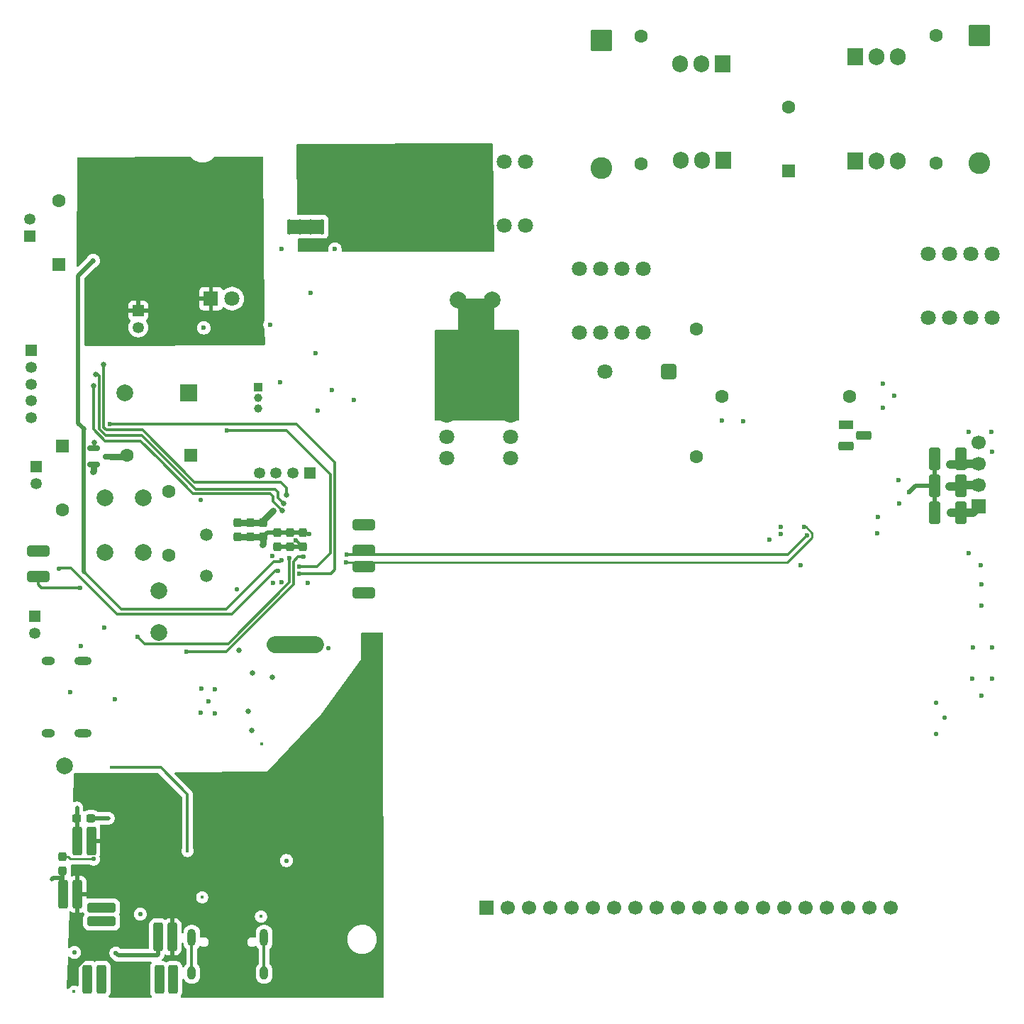
<source format=gbr>
%TF.GenerationSoftware,KiCad,Pcbnew,9.0.7*%
%TF.CreationDate,2026-02-19T04:12:07+03:00*%
%TF.ProjectId,shell-bms,7368656c-6c2d-4626-9d73-2e6b69636164,rev?*%
%TF.SameCoordinates,Original*%
%TF.FileFunction,Copper,L4,Bot*%
%TF.FilePolarity,Positive*%
%FSLAX46Y46*%
G04 Gerber Fmt 4.6, Leading zero omitted, Abs format (unit mm)*
G04 Created by KiCad (PCBNEW 9.0.7) date 2026-02-19 04:12:07*
%MOMM*%
%LPD*%
G01*
G04 APERTURE LIST*
G04 Aperture macros list*
%AMRoundRect*
0 Rectangle with rounded corners*
0 $1 Rounding radius*
0 $2 $3 $4 $5 $6 $7 $8 $9 X,Y pos of 4 corners*
0 Add a 4 corners polygon primitive as box body*
4,1,4,$2,$3,$4,$5,$6,$7,$8,$9,$2,$3,0*
0 Add four circle primitives for the rounded corners*
1,1,$1+$1,$2,$3*
1,1,$1+$1,$4,$5*
1,1,$1+$1,$6,$7*
1,1,$1+$1,$8,$9*
0 Add four rect primitives between the rounded corners*
20,1,$1+$1,$2,$3,$4,$5,0*
20,1,$1+$1,$4,$5,$6,$7,0*
20,1,$1+$1,$6,$7,$8,$9,0*
20,1,$1+$1,$8,$9,$2,$3,0*%
G04 Aperture macros list end*
%TA.AperFunction,Conductor*%
%ADD10C,0.200000*%
%TD*%
%TA.AperFunction,EtchedComponent*%
%ADD11C,0.000000*%
%TD*%
%TA.AperFunction,ComponentPad*%
%ADD12RoundRect,0.250000X-0.550000X0.550000X-0.550000X-0.550000X0.550000X-0.550000X0.550000X0.550000X0*%
%TD*%
%TA.AperFunction,ComponentPad*%
%ADD13C,1.600000*%
%TD*%
%TA.AperFunction,ComponentPad*%
%ADD14R,1.350000X1.350000*%
%TD*%
%TA.AperFunction,ComponentPad*%
%ADD15C,1.350000*%
%TD*%
%TA.AperFunction,ComponentPad*%
%ADD16RoundRect,0.250000X0.550000X0.550000X-0.550000X0.550000X-0.550000X-0.550000X0.550000X-0.550000X0*%
%TD*%
%TA.AperFunction,ComponentPad*%
%ADD17C,1.800000*%
%TD*%
%TA.AperFunction,ComponentPad*%
%ADD18C,2.000000*%
%TD*%
%TA.AperFunction,ComponentPad*%
%ADD19R,1.905000X2.000000*%
%TD*%
%TA.AperFunction,ComponentPad*%
%ADD20O,1.905000X2.000000*%
%TD*%
%TA.AperFunction,ComponentPad*%
%ADD21C,0.600000*%
%TD*%
%TA.AperFunction,ComponentPad*%
%ADD22RoundRect,0.250000X-1.050000X1.050000X-1.050000X-1.050000X1.050000X-1.050000X1.050000X1.050000X0*%
%TD*%
%TA.AperFunction,ComponentPad*%
%ADD23C,2.600000*%
%TD*%
%TA.AperFunction,ComponentPad*%
%ADD24R,2.000000X2.000000*%
%TD*%
%TA.AperFunction,ComponentPad*%
%ADD25C,1.500000*%
%TD*%
%TA.AperFunction,HeatsinkPad*%
%ADD26C,0.500000*%
%TD*%
%TA.AperFunction,HeatsinkPad*%
%ADD27R,4.400000X1.800000*%
%TD*%
%TA.AperFunction,ComponentPad*%
%ADD28RoundRect,0.250000X0.550000X-0.550000X0.550000X0.550000X-0.550000X0.550000X-0.550000X-0.550000X0*%
%TD*%
%TA.AperFunction,HeatsinkPad*%
%ADD29O,1.000000X2.100000*%
%TD*%
%TA.AperFunction,HeatsinkPad*%
%ADD30O,1.000000X1.600000*%
%TD*%
%TA.AperFunction,ComponentPad*%
%ADD31C,1.700000*%
%TD*%
%TA.AperFunction,ComponentPad*%
%ADD32R,1.700000X1.700000*%
%TD*%
%TA.AperFunction,ComponentPad*%
%ADD33R,1.800000X1.100000*%
%TD*%
%TA.AperFunction,ComponentPad*%
%ADD34RoundRect,0.275000X-0.625000X0.275000X-0.625000X-0.275000X0.625000X-0.275000X0.625000X0.275000X0*%
%TD*%
%TA.AperFunction,ComponentPad*%
%ADD35R,1.000000X1.000000*%
%TD*%
%TA.AperFunction,ComponentPad*%
%ADD36C,1.000000*%
%TD*%
%TA.AperFunction,ComponentPad*%
%ADD37RoundRect,0.250000X0.650000X0.650000X-0.650000X0.650000X-0.650000X-0.650000X0.650000X-0.650000X0*%
%TD*%
%TA.AperFunction,ComponentPad*%
%ADD38R,1.800000X1.800000*%
%TD*%
%TA.AperFunction,HeatsinkPad*%
%ADD39O,2.100000X1.000000*%
%TD*%
%TA.AperFunction,HeatsinkPad*%
%ADD40O,1.600000X1.000000*%
%TD*%
%TA.AperFunction,SMDPad,CuDef*%
%ADD41RoundRect,0.250000X0.337500X1.450000X-0.337500X1.450000X-0.337500X-1.450000X0.337500X-1.450000X0*%
%TD*%
%TA.AperFunction,SMDPad,CuDef*%
%ADD42RoundRect,0.250000X-1.075000X0.400000X-1.075000X-0.400000X1.075000X-0.400000X1.075000X0.400000X0*%
%TD*%
%TA.AperFunction,SMDPad,CuDef*%
%ADD43RoundRect,0.237500X-0.237500X0.300000X-0.237500X-0.300000X0.237500X-0.300000X0.237500X0.300000X0*%
%TD*%
%TA.AperFunction,SMDPad,CuDef*%
%ADD44RoundRect,0.250000X1.450000X-0.337500X1.450000X0.337500X-1.450000X0.337500X-1.450000X-0.337500X0*%
%TD*%
%TA.AperFunction,SMDPad,CuDef*%
%ADD45RoundRect,0.237500X-0.300000X-0.237500X0.300000X-0.237500X0.300000X0.237500X-0.300000X0.237500X0*%
%TD*%
%TA.AperFunction,SMDPad,CuDef*%
%ADD46RoundRect,0.237500X0.237500X-0.300000X0.237500X0.300000X-0.237500X0.300000X-0.237500X-0.300000X0*%
%TD*%
%TA.AperFunction,SMDPad,CuDef*%
%ADD47RoundRect,0.150000X-0.587500X-0.150000X0.587500X-0.150000X0.587500X0.150000X-0.587500X0.150000X0*%
%TD*%
%TA.AperFunction,SMDPad,CuDef*%
%ADD48RoundRect,0.250000X0.412500X1.100000X-0.412500X1.100000X-0.412500X-1.100000X0.412500X-1.100000X0*%
%TD*%
%TA.AperFunction,SMDPad,CuDef*%
%ADD49RoundRect,0.250000X-0.337500X-1.450000X0.337500X-1.450000X0.337500X1.450000X-0.337500X1.450000X0*%
%TD*%
%TA.AperFunction,ViaPad*%
%ADD50C,0.600000*%
%TD*%
%TA.AperFunction,ViaPad*%
%ADD51C,0.450000*%
%TD*%
%TA.AperFunction,ViaPad*%
%ADD52C,0.550000*%
%TD*%
%TA.AperFunction,ViaPad*%
%ADD53C,0.650000*%
%TD*%
%TA.AperFunction,Conductor*%
%ADD54C,0.800000*%
%TD*%
%TA.AperFunction,Conductor*%
%ADD55C,0.300000*%
%TD*%
%TA.AperFunction,Conductor*%
%ADD56C,0.250000*%
%TD*%
%TA.AperFunction,Conductor*%
%ADD57C,0.500000*%
%TD*%
%TA.AperFunction,Conductor*%
%ADD58C,1.000000*%
%TD*%
%TA.AperFunction,Conductor*%
%ADD59C,2.000000*%
%TD*%
G04 APERTURE END LIST*
%TO.N,Net-(MP2-Pad1)*%
D10*
X97032000Y-89816845D02*
X106903600Y-89816845D01*
X106903600Y-100504400D01*
X97032000Y-100504400D01*
X97032000Y-89816845D01*
%TA.AperFunction,Conductor*%
G36*
X97032000Y-89816845D02*
G01*
X106903600Y-89816845D01*
X106903600Y-100504400D01*
X97032000Y-100504400D01*
X97032000Y-89816845D01*
G37*
%TD.AperFunction*%
D11*
%TA.AperFunction,EtchedComponent*%
%TD*%
%TO.C,NT1*%
G36*
X104008800Y-90975890D02*
G01*
X99708800Y-90975890D01*
X99708800Y-85975890D01*
X104008800Y-85975890D01*
X104008800Y-90975890D01*
G37*
%TD.AperFunction*%
D12*
%TO.P,D7,1,K*%
%TO.N,+5V*%
X52500000Y-103600000D03*
D13*
%TO.P,D7,2,A*%
%TO.N,Net-(D7-A)*%
X52500000Y-111220000D03*
%TD*%
%TO.P,R32,1*%
%TO.N,/Protection/B_Pos*%
X121525000Y-69920000D03*
%TO.P,R32,2*%
%TO.N,Net-(D3-K)*%
X121525000Y-54680000D03*
%TD*%
D14*
%TO.P,J7,1,Pin_1*%
%TO.N,+5V*%
X49300000Y-106100000D03*
D15*
%TO.P,J7,2,Pin_2*%
%TO.N,Net-(D7-A)*%
X49300000Y-108100000D03*
%TD*%
D16*
%TO.P,D5,1,K*%
%TO.N,+5V*%
X67760000Y-104750000D03*
D13*
%TO.P,D5,2,A*%
%TO.N,Net-(BZ1--)*%
X60140000Y-104750000D03*
%TD*%
D14*
%TO.P,J9,1,Pin_1*%
%TO.N,Net-(J9-Pin_1)*%
X81978000Y-106832400D03*
D15*
%TO.P,J9,2,Pin_2*%
%TO.N,Net-(J9-Pin_2)*%
X79978000Y-106832400D03*
%TO.P,J9,3,Pin_3*%
%TO.N,+3V3*%
X77978000Y-106832400D03*
%TO.P,J9,4,Pin_4*%
%TO.N,GND*%
X75978000Y-106832400D03*
%TD*%
D13*
%TO.P,R22,1*%
%TO.N,BAT*%
X128142000Y-104854000D03*
%TO.P,R22,2*%
%TO.N,Net-(D1-K)*%
X128142000Y-89614000D03*
%TD*%
D17*
%TO.P,MP3,1*%
%TO.N,Net-(D4-A)*%
X155865000Y-80690000D03*
%TO.P,MP3,2*%
X158405000Y-80690000D03*
%TO.P,MP3,3*%
X160945000Y-80690000D03*
%TO.P,MP3,4*%
X163485000Y-80690000D03*
%TO.P,MP3,5*%
X163485000Y-88310000D03*
%TO.P,MP3,6*%
X160945000Y-88310000D03*
%TO.P,MP3,7*%
X158405000Y-88310000D03*
%TO.P,MP3,8*%
X155865000Y-88310000D03*
%TD*%
D18*
%TO.P,TP1,1,1*%
%TO.N,Net-(U7-TOUT)*%
X52700000Y-141750000D03*
%TD*%
%TO.P,SW1,1,1*%
%TO.N,GND*%
X57577600Y-116281200D03*
X57577600Y-109781200D03*
%TO.P,SW1,2,2*%
%TO.N,/MCU/NRST*%
X62077600Y-116281200D03*
X62077600Y-109781200D03*
%TD*%
D19*
%TO.P,Q9,1,D*%
%TO.N,/Protection/CD*%
X131275000Y-58000000D03*
D20*
%TO.P,Q9,2,G*%
%TO.N,Net-(D3-K)*%
X128735000Y-58000000D03*
%TO.P,Q9,3,S*%
%TO.N,/Protection/B_Pos*%
X126195000Y-58000000D03*
%TD*%
D14*
%TO.P,J8,1,Pin_1*%
%TO.N,+5V*%
X48600000Y-78550000D03*
D15*
%TO.P,J8,2,Pin_2*%
%TO.N,Net-(D8-A)*%
X48600000Y-76550000D03*
%TD*%
D14*
%TO.P,J10,1,Pin_1*%
%TO.N,GND*%
X48700000Y-92200000D03*
D15*
%TO.P,J10,2,Pin_2*%
%TO.N,/Data_Utils/PB3*%
X48700000Y-94200000D03*
%TO.P,J10,3,Pin_3*%
%TO.N,/Data_Utils/PB4*%
X48700000Y-96200000D03*
%TO.P,J10,4,Pin_4*%
%TO.N,/Data_Utils/PB5*%
X48700000Y-98200000D03*
%TO.P,J10,5,Pin_5*%
%TO.N,+3V3*%
X48700000Y-100200000D03*
%TD*%
D18*
%TO.P,NT1,1,1*%
%TO.N,GND*%
X99708800Y-86175000D03*
%TO.P,NT1,2,2*%
%TO.N,GNDPWR*%
X103808800Y-86175000D03*
D21*
%TO.P,NT1,3,3*%
%TO.N,Net-(MP2-Pad1)*%
X101958800Y-90700000D03*
%TD*%
D14*
%TO.P,J13,1,Pin_1*%
%TO.N,GND*%
X61525000Y-87450000D03*
D15*
%TO.P,J13,2,Pin_2*%
%TO.N,Net-(J13-Pin_2)*%
X61525000Y-89450000D03*
%TD*%
D22*
%TO.P,D3,1,K*%
%TO.N,Net-(D3-K)*%
X116775000Y-55180000D03*
D23*
%TO.P,D3,2,A*%
%TO.N,/Protection/B_Pos*%
X116775000Y-70420000D03*
%TD*%
D24*
%TO.P,BZ1,1,+*%
%TO.N,+5V*%
X67550000Y-97250000D03*
D18*
%TO.P,BZ1,2,-*%
%TO.N,Net-(BZ1--)*%
X59950000Y-97250000D03*
%TD*%
D14*
%TO.P,J6,1,Pin_1*%
%TO.N,Net-(J6-Pin_1)*%
X49200000Y-123950000D03*
D15*
%TO.P,J6,2,Pin_2*%
%TO.N,Net-(J6-Pin_2)*%
X49200000Y-125950000D03*
%TD*%
D25*
%TO.P,Y1,1,1*%
%TO.N,Net-(U3-PF0)*%
X69646800Y-114186800D03*
%TO.P,Y1,2,2*%
%TO.N,Net-(U3-PF1)*%
X69646800Y-119086800D03*
%TD*%
D17*
%TO.P,MP2,1*%
%TO.N,Net-(MP2-Pad1)*%
X98315000Y-105035000D03*
%TO.P,MP2,2*%
X98315000Y-102495000D03*
%TO.P,MP2,3*%
X98315000Y-99955000D03*
%TO.P,MP2,4*%
X98315000Y-97415000D03*
%TO.P,MP2,5*%
X105935000Y-97415000D03*
%TO.P,MP2,6*%
X105935000Y-99955000D03*
%TO.P,MP2,7*%
X105935000Y-102495000D03*
%TO.P,MP2,8*%
X105935000Y-105035000D03*
%TD*%
D26*
%TO.P,U2,9,RTNPAD*%
%TO.N,GNDPWR*%
X83427400Y-76791531D03*
X82127400Y-76791531D03*
X80827400Y-76791531D03*
X79527400Y-76791531D03*
D27*
X81477400Y-77441531D03*
D26*
X83427400Y-78091531D03*
X82127400Y-78091531D03*
X80827400Y-78091531D03*
X79527400Y-78091531D03*
%TD*%
D13*
%TO.P,R55,1*%
%TO.N,/MCU/NRST*%
X65125600Y-116687600D03*
%TO.P,R55,2*%
%TO.N,+3V3*%
X65125600Y-109067600D03*
%TD*%
%TO.P,R30,1*%
%TO.N,Net-(D2-K)*%
X131202000Y-97694000D03*
%TO.P,R30,2*%
%TO.N,Net-(Q1-C)*%
X146442000Y-97694000D03*
%TD*%
D19*
%TO.P,Q3,1,D*%
%TO.N,/Protection/CD*%
X147095000Y-69550000D03*
D20*
%TO.P,Q3,2,G*%
%TO.N,Net-(D4-K)*%
X149635000Y-69550000D03*
%TO.P,Q3,3,S*%
%TO.N,Net-(D4-A)*%
X152175000Y-69550000D03*
%TD*%
D19*
%TO.P,Q2,1,D*%
%TO.N,/Protection/CD*%
X131405000Y-69500000D03*
D20*
%TO.P,Q2,2,G*%
%TO.N,Net-(D3-K)*%
X128865000Y-69500000D03*
%TO.P,Q2,3,S*%
%TO.N,/Protection/B_Pos*%
X126325000Y-69500000D03*
%TD*%
D28*
%TO.P,D2,1,K*%
%TO.N,Net-(D2-K)*%
X139175000Y-70770000D03*
D13*
%TO.P,D2,2,A*%
%TO.N,/Protection/CD*%
X139175000Y-63150000D03*
%TD*%
D29*
%TO.P,J11,S1,SHIELD*%
%TO.N,GND*%
X67910000Y-162320000D03*
D30*
X67910000Y-166500000D03*
D29*
X76550000Y-162320000D03*
D30*
X76550000Y-166500000D03*
%TD*%
D31*
%TO.P,J2,1,Pin_1*%
%TO.N,/ReaderIC/Balance-Input/B_0*%
X151364000Y-158761500D03*
%TO.P,J2,2,Pin_2*%
%TO.N,/ReaderIC/Balance-Input/B_1*%
X148824000Y-158761500D03*
%TO.P,J2,3,Pin_3*%
%TO.N,/ReaderIC/Balance-Input/B_2*%
X146284000Y-158761500D03*
%TO.P,J2,4,Pin_4*%
%TO.N,/ReaderIC/Balance-Input/B_3*%
X143744000Y-158761500D03*
%TO.P,J2,5,Pin_5*%
%TO.N,/ReaderIC/Balance-Input/B_4*%
X141204000Y-158761500D03*
%TO.P,J2,6,Pin_6*%
%TO.N,/ReaderIC/Balance-Input/B_5*%
X138664000Y-158761500D03*
%TO.P,J2,7,Pin_7*%
%TO.N,/ReaderIC/Balance-Input/B_6*%
X136124000Y-158761500D03*
%TO.P,J2,8,Pin_8*%
%TO.N,/ReaderIC/Balance-Input/B_7*%
X133584000Y-158761500D03*
%TO.P,J2,9,Pin_9*%
%TO.N,/ReaderIC/Balance-Input/B_8*%
X131044000Y-158761500D03*
%TO.P,J2,10,Pin_10*%
%TO.N,/ReaderIC/Balance-Input/B_9*%
X128504000Y-158761500D03*
%TO.P,J2,11,Pin_11*%
%TO.N,/ReaderIC/Balance-Input/B_10*%
X125964000Y-158761500D03*
%TO.P,J2,12,Pin_12*%
%TO.N,/ReaderIC/Balance-Input/B_11*%
X123424000Y-158761500D03*
%TO.P,J2,13,Pin_13*%
%TO.N,/ReaderIC/Balance-Input/B_12*%
X120884000Y-158761500D03*
%TO.P,J2,14,Pin_14*%
%TO.N,/ReaderIC/Balance-Input/B_13*%
X118344000Y-158761500D03*
%TO.P,J2,15,Pin_15*%
%TO.N,/ReaderIC/Balance-Input/B_14*%
X115804000Y-158761500D03*
%TO.P,J2,16,Pin_16*%
%TO.N,/ReaderIC/Balance-Input/B_15*%
X113264000Y-158761500D03*
%TO.P,J2,17,Pin_17*%
%TO.N,/ReaderIC/Balance-Input/B_16*%
X110724000Y-158761500D03*
%TO.P,J2,18,Pin_18*%
%TO.N,unconnected-(J2-Pin_18-Pad18)*%
X108184000Y-158761500D03*
%TO.P,J2,19,Pin_19*%
%TO.N,unconnected-(J2-Pin_19-Pad19)*%
X105644000Y-158761500D03*
D32*
%TO.P,J2,20,Pin_20*%
%TO.N,unconnected-(J2-Pin_20-Pad20)*%
X103104000Y-158761500D03*
%TD*%
D33*
%TO.P,Q1,1,C*%
%TO.N,Net-(Q1-C)*%
X146042000Y-101104000D03*
D34*
%TO.P,Q1,2,B*%
%TO.N,Net-(Q1-B)*%
X148112000Y-102374000D03*
%TO.P,Q1,3,E*%
%TO.N,Net-(Q1-E)*%
X146042000Y-103644000D03*
%TD*%
D22*
%TO.P,D4,1,K*%
%TO.N,Net-(D4-K)*%
X161925000Y-54580000D03*
D23*
%TO.P,D4,2,A*%
%TO.N,Net-(D4-A)*%
X161925000Y-69820000D03*
%TD*%
D28*
%TO.P,D8,1,K*%
%TO.N,+5V*%
X52032500Y-81910000D03*
D13*
%TO.P,D8,2,A*%
%TO.N,Net-(D8-A)*%
X52032500Y-74290000D03*
%TD*%
D35*
%TO.P,JP1,1,A*%
%TO.N,Net-(JP1-A)*%
X75850000Y-96600000D03*
D36*
%TO.P,JP1,2,C*%
%TO.N,Net-(JP1-C)*%
X75850000Y-97870000D03*
%TO.P,JP1,3,B*%
%TO.N,Net-(JP1-B)*%
X75850000Y-99140000D03*
%TD*%
D19*
%TO.P,Q8,1,D*%
%TO.N,/Protection/CD*%
X147125000Y-57150000D03*
D20*
%TO.P,Q8,2,G*%
%TO.N,Net-(D4-K)*%
X149665000Y-57150000D03*
%TO.P,Q8,3,S*%
%TO.N,Net-(D4-A)*%
X152205000Y-57150000D03*
%TD*%
D37*
%TO.P,D1,1,K*%
%TO.N,Net-(D1-K)*%
X124840000Y-94694000D03*
D17*
%TO.P,D1,2,A*%
%TO.N,/ReaderIC/Balance-Input/B_16*%
X117220000Y-94694000D03*
%TD*%
%TO.P,MP4,1*%
%TO.N,GNDPWR*%
X114190000Y-82440000D03*
%TO.P,MP4,2*%
X116730000Y-82440000D03*
%TO.P,MP4,3*%
X119270000Y-82440000D03*
%TO.P,MP4,4*%
X121810000Y-82440000D03*
%TO.P,MP4,5*%
X121810000Y-90060000D03*
%TO.P,MP4,6*%
X119270000Y-90060000D03*
%TO.P,MP4,7*%
X116730000Y-90060000D03*
%TO.P,MP4,8*%
X114190000Y-90060000D03*
%TD*%
%TO.P,MP1,1*%
%TO.N,/Protection/B_Pos*%
X100115000Y-69690000D03*
%TO.P,MP1,2*%
X102655000Y-69690000D03*
%TO.P,MP1,3*%
X105195000Y-69690000D03*
%TO.P,MP1,4*%
X107735000Y-69690000D03*
%TO.P,MP1,5*%
X107735000Y-77310000D03*
%TO.P,MP1,6*%
X105195000Y-77310000D03*
%TO.P,MP1,7*%
X102655000Y-77310000D03*
%TO.P,MP1,8*%
X100115000Y-77310000D03*
%TD*%
D38*
%TO.P,D6,1,K*%
%TO.N,GND*%
X70200000Y-86000000D03*
D17*
%TO.P,D6,2,A*%
%TO.N,Net-(D6-A)*%
X72740000Y-86000000D03*
%TD*%
D18*
%TO.P,C58,1*%
%TO.N,GND*%
X63957200Y-125853200D03*
%TO.P,C58,2*%
%TO.N,/MCU/NRST*%
X63957200Y-120853200D03*
%TD*%
D13*
%TO.P,R39,1*%
%TO.N,Net-(D4-A)*%
X156775000Y-69790000D03*
%TO.P,R39,2*%
%TO.N,Net-(D4-K)*%
X156775000Y-54550000D03*
%TD*%
D32*
%TO.P,J3,1,Pin_1*%
%TO.N,/ReaderIC/Balance-Input/TS1*%
X161867000Y-110844000D03*
D31*
%TO.P,J3,2,Pin_2*%
%TO.N,/ReaderIC/Balance-Input/TS2*%
X161867000Y-108304000D03*
%TO.P,J3,3,Pin_3*%
%TO.N,/ReaderIC/Balance-Input/TS3*%
X161867000Y-105764000D03*
%TO.P,J3,4,Pin_4*%
%TO.N,GNDPWR*%
X161867000Y-103224000D03*
%TD*%
D39*
%TO.P,J5,S1,SHIELD*%
%TO.N,GND*%
X54955000Y-129230000D03*
D40*
X50775000Y-129230000D03*
D39*
X54955000Y-137870000D03*
D40*
X50775000Y-137870000D03*
%TD*%
D41*
%TO.P,R66,1*%
%TO.N,+3V3*%
X65575000Y-162225000D03*
%TO.P,R66,2*%
%TO.N,Net-(U7-IO2)*%
X63900000Y-162225000D03*
%TD*%
D42*
%TO.P,R28,1*%
%TO.N,/MCU/IC_SDA*%
X88442800Y-118008400D03*
%TO.P,R28,2*%
%TO.N,+3V3*%
X88442800Y-121108400D03*
%TD*%
D41*
%TO.P,R64,1*%
%TO.N,/MCU/esp32/3V3*%
X65700000Y-167300000D03*
%TO.P,R64,2*%
%TO.N,Net-(SW2-A)*%
X64025000Y-167300000D03*
%TD*%
D43*
%TO.P,C54,1*%
%TO.N,GND*%
X76402450Y-112727400D03*
%TO.P,C54,2*%
%TO.N,+3V3*%
X76402450Y-114452400D03*
%TD*%
D44*
%TO.P,R62,1*%
%TO.N,Net-(U7-IO15)*%
X57150000Y-160375000D03*
%TO.P,R62,2*%
%TO.N,GND*%
X57150000Y-158700000D03*
%TD*%
D45*
%TO.P,C61,1*%
%TO.N,Net-(U7-RST)*%
X54150000Y-148050000D03*
%TO.P,C61,2*%
%TO.N,GND*%
X55875000Y-148050000D03*
%TD*%
D42*
%TO.P,R29,1*%
%TO.N,+3V3*%
X88442800Y-112978000D03*
%TO.P,R29,2*%
%TO.N,/MCU/IC_SCL*%
X88442800Y-116078000D03*
%TD*%
D46*
%TO.P,C47,1*%
%TO.N,GND*%
X78128000Y-115669400D03*
%TO.P,C47,2*%
%TO.N,+3V3*%
X78128000Y-113944400D03*
%TD*%
D41*
%TO.P,R65,1*%
%TO.N,+3V3*%
X55900000Y-150750000D03*
%TO.P,R65,2*%
%TO.N,Net-(U7-RST)*%
X54225000Y-150750000D03*
%TD*%
D47*
%TO.P,Q4,1,B*%
%TO.N,Net-(Q4-B)*%
X56162500Y-105800000D03*
%TO.P,Q4,2,E*%
%TO.N,GND*%
X56162500Y-103900000D03*
%TO.P,Q4,3,C*%
%TO.N,Net-(BZ1--)*%
X58037500Y-104850000D03*
%TD*%
D42*
%TO.P,R57,1*%
%TO.N,Net-(Q5-B)*%
X49550000Y-116100000D03*
%TO.P,R57,2*%
%TO.N,GND*%
X49550000Y-119200000D03*
%TD*%
D46*
%TO.P,C45,1*%
%TO.N,GND*%
X79601200Y-115669400D03*
%TO.P,C45,2*%
%TO.N,+3V3*%
X79601200Y-113944400D03*
%TD*%
D41*
%TO.P,R67,1*%
%TO.N,+3V3*%
X54250000Y-157100000D03*
%TO.P,R67,2*%
%TO.N,Net-(U7-EN)*%
X52575000Y-157100000D03*
%TD*%
D48*
%TO.P,C19,1*%
%TO.N,/ReaderIC/Balance-Input/TS2*%
X159742000Y-108344000D03*
%TO.P,C19,2*%
%TO.N,GNDPWR*%
X156617000Y-108344000D03*
%TD*%
D49*
%TO.P,R63,1*%
%TO.N,GND*%
X55462500Y-167250000D03*
%TO.P,R63,2*%
%TO.N,Net-(SW2-C)*%
X57137500Y-167250000D03*
%TD*%
D46*
%TO.P,C42,1*%
%TO.N,GND*%
X81127600Y-115670500D03*
%TO.P,C42,2*%
%TO.N,+3V3*%
X81127600Y-113945500D03*
%TD*%
%TO.P,C62,1*%
%TO.N,Net-(U7-EN)*%
X52500000Y-154325000D03*
%TO.P,C62,2*%
%TO.N,GND*%
X52500000Y-152600000D03*
%TD*%
D48*
%TO.P,C20,1*%
%TO.N,/ReaderIC/Balance-Input/TS1*%
X159717000Y-111544000D03*
%TO.P,C20,2*%
%TO.N,GNDPWR*%
X156592000Y-111544000D03*
%TD*%
D43*
%TO.P,C53,1*%
%TO.N,GND*%
X74908450Y-112727400D03*
%TO.P,C53,2*%
%TO.N,+3V3*%
X74908450Y-114452400D03*
%TD*%
%TO.P,C52,1*%
%TO.N,GND*%
X73405250Y-112727400D03*
%TO.P,C52,2*%
%TO.N,+3V3*%
X73405250Y-114452400D03*
%TD*%
D48*
%TO.P,C18,1*%
%TO.N,/ReaderIC/Balance-Input/TS3*%
X159742000Y-105094000D03*
%TO.P,C18,2*%
%TO.N,GNDPWR*%
X156617000Y-105094000D03*
%TD*%
D50*
%TO.N,+5V*%
X84650000Y-96900000D03*
D51*
%TO.N,GND*%
X53850000Y-168750000D03*
D50*
X69887500Y-134050000D03*
D52*
X57050000Y-158700000D03*
X73250000Y-120750000D03*
D50*
X57450000Y-125250000D03*
X81750000Y-119938800D03*
D52*
X73250000Y-112750000D03*
X84250000Y-127750000D03*
X61750000Y-159500000D03*
D50*
X78450000Y-96000000D03*
X69050000Y-132600000D03*
X80300000Y-114900000D03*
X70700000Y-132650000D03*
D52*
X56168037Y-152925000D03*
X69000000Y-110000000D03*
D51*
X57950000Y-148050000D03*
D50*
X82700000Y-92550000D03*
D51*
X69150000Y-157475000D03*
D53*
X75050000Y-137550000D03*
D50*
X54600000Y-120500000D03*
X54700000Y-127500000D03*
D51*
X55425000Y-168600000D03*
D53*
X56250000Y-103200000D03*
D50*
X70650000Y-135500000D03*
X82950000Y-99350000D03*
D52*
X79200000Y-153100000D03*
X53900000Y-164050000D03*
D50*
X87238500Y-98138500D03*
X77571600Y-111353600D03*
X69000000Y-135450000D03*
D51*
X76175000Y-159775000D03*
D50*
%TO.N,/ReaderIC/Balance-Input/TS3*%
X138242000Y-113293997D03*
X158442000Y-105844000D03*
%TO.N,/ReaderIC/Balance-Input/TS2*%
X158392000Y-108394000D03*
X140617000Y-117831500D03*
%TO.N,/ReaderIC/Balance-Input/TS1*%
X158592000Y-111544000D03*
X138242000Y-114094000D03*
D51*
%TO.N,+3V3*%
X89400000Y-127150000D03*
X88400000Y-126150000D03*
D53*
X73525000Y-127950000D03*
X88442800Y-121108400D03*
X88442800Y-112978000D03*
X74612500Y-135237500D03*
D52*
X53916000Y-166166000D03*
D51*
X88900000Y-127650000D03*
X89900000Y-127150000D03*
X88400000Y-128150000D03*
D50*
X81889600Y-114141000D03*
D51*
X89400000Y-126150000D03*
X88400000Y-127150000D03*
X70675000Y-151950000D03*
X88400000Y-127650000D03*
X88400000Y-126650000D03*
X88900000Y-126150000D03*
X89900000Y-128150000D03*
D50*
X76352400Y-115366800D03*
D51*
X89900000Y-127650000D03*
D52*
X55600000Y-164850000D03*
D51*
X90400000Y-128150000D03*
X89400000Y-128150000D03*
X69150000Y-155400000D03*
X90400000Y-126650000D03*
D53*
X82644400Y-127355600D03*
D51*
X88900000Y-126650000D03*
X88900000Y-127150000D03*
X89900000Y-126650000D03*
X88900000Y-128150000D03*
D53*
X77833400Y-127355600D03*
D51*
X89400000Y-127650000D03*
X89400000Y-126650000D03*
X90400000Y-126150000D03*
X89900000Y-126150000D03*
X90400000Y-127150000D03*
X90400000Y-127650000D03*
D50*
%TO.N,GNDPWR*%
X150418800Y-96164400D03*
D52*
X156750000Y-138000000D03*
D50*
X131200000Y-100600000D03*
X161086800Y-131368800D03*
X149809200Y-112064800D03*
X153568400Y-109118400D03*
X163423600Y-127660400D03*
X150418800Y-99060000D03*
X160629600Y-116381500D03*
X162217000Y-122682000D03*
X152349200Y-110490000D03*
X162217000Y-120142000D03*
X162147550Y-117862050D03*
X161137600Y-127660400D03*
X162204400Y-133451600D03*
X151790400Y-97637600D03*
X133750000Y-100650000D03*
X163474400Y-131419600D03*
X163372800Y-101904800D03*
X136906000Y-114757200D03*
X152298400Y-107645200D03*
D52*
X156750000Y-134250000D03*
X157750000Y-136000000D03*
D50*
X149758400Y-113995200D03*
X163423600Y-104292400D03*
X160629600Y-101955600D03*
%TO.N,Net-(U2-FB)*%
X82100000Y-85300000D03*
X78600000Y-80100000D03*
X85000000Y-80100000D03*
%TO.N,/MCU/NRST*%
X77520800Y-116738400D03*
%TO.N,/Data_Utils/USB-*%
X53400000Y-133000000D03*
X58700000Y-133800000D03*
D53*
%TO.N,/Data_Utils/PB4*%
X56450000Y-95050000D03*
X78850000Y-110450000D03*
%TO.N,/Data_Utils/PB5*%
X78750000Y-111350000D03*
X56150000Y-96450000D03*
%TO.N,/Data_Utils/PB3*%
X57350000Y-93850000D03*
X79200000Y-109450000D03*
D50*
%TO.N,Net-(JP1-C)*%
X69350000Y-89500000D03*
%TO.N,Net-(JP1-B)*%
X77250000Y-89100000D03*
%TO.N,/Data_Utils/STAT_LED*%
X72100000Y-101750000D03*
X80718785Y-118022969D03*
%TO.N,Net-(Q4-B)*%
X56100000Y-106650000D03*
D53*
%TO.N,Net-(Q5-B)*%
X48850000Y-115950000D03*
D50*
%TO.N,/MCU/IC_SDA*%
X141042000Y-113294000D03*
X86360000Y-117500400D03*
%TO.N,/MCU/IC_SCL*%
X141342000Y-114244000D03*
X86410800Y-116535200D03*
%TO.N,/Data_Utils/BUZZER*%
X58150000Y-100950000D03*
X80772000Y-118821200D03*
D52*
%TO.N,/Data_Utils/FAN1*%
X52000000Y-118250000D03*
D50*
X78186959Y-118517319D03*
D53*
%TO.N,/Data_Utils/FAN2*%
X56125000Y-81475000D03*
D50*
X78587600Y-117246400D03*
%TO.N,/Data_Utils/CAN_TX*%
X79550000Y-116950000D03*
X61400000Y-126350000D03*
%TO.N,/Data_Utils/CAN_RX*%
X67250000Y-128150000D03*
X81250000Y-116850000D03*
%TO.N,/Data_Utils/TXD*%
X78638400Y-119888000D03*
D53*
X77550000Y-131250000D03*
%TO.N,/Data_Utils/RXD*%
X75126885Y-130709752D03*
D50*
X77571600Y-119938800D03*
D51*
X76250000Y-139200000D03*
%TO.N,Net-(U7-RST)*%
X54200000Y-146800000D03*
%TO.N,Net-(U7-EN)*%
X51200000Y-155350000D03*
%TO.N,Net-(JP2-A)*%
X58300000Y-141950000D03*
X67400000Y-151950000D03*
%TO.N,Net-(U7-IO15)*%
X57300000Y-160550000D03*
D52*
%TO.N,Net-(SW2-C)*%
X57200000Y-167900000D03*
%TO.N,Net-(SW2-A)*%
X63750000Y-168150000D03*
%TO.N,Net-(U7-IO2)*%
X58850000Y-164150000D03*
%TD*%
D54*
%TO.N,Net-(BZ1--)*%
X58250000Y-104850000D02*
X60040000Y-104850000D01*
X60040000Y-104850000D02*
X60140000Y-104750000D01*
D55*
%TO.N,GND*%
X49950000Y-120500000D02*
X54600000Y-120500000D01*
X49550000Y-119200000D02*
X49550000Y-120100000D01*
X56250000Y-103850000D02*
X56200000Y-103900000D01*
X56200000Y-103900000D02*
X56162500Y-103900000D01*
X76550000Y-162320000D02*
X76550000Y-166500000D01*
X80357100Y-114900000D02*
X81127600Y-115670500D01*
D54*
X76197800Y-112727400D02*
X73405250Y-112727400D01*
D56*
X53100000Y-152600000D02*
X52500000Y-152600000D01*
D55*
X49550000Y-120100000D02*
X49950000Y-120500000D01*
D54*
X77571600Y-111353600D02*
X76197800Y-112727400D01*
D57*
X55875000Y-148050000D02*
X57950000Y-148050000D01*
X78128000Y-115669400D02*
X81126500Y-115669400D01*
D54*
X76402450Y-112727400D02*
X73405250Y-112727400D01*
D55*
X67910000Y-162320000D02*
X67910000Y-166500000D01*
X56250000Y-103200000D02*
X56250000Y-103850000D01*
D57*
X55462500Y-168562500D02*
X55425000Y-168600000D01*
D55*
X80300000Y-114900000D02*
X80357100Y-114900000D01*
D57*
X81126500Y-115669400D02*
X81127600Y-115670500D01*
D56*
X53425000Y-152925000D02*
X53100000Y-152600000D01*
D57*
X55462500Y-167250000D02*
X55462500Y-168562500D01*
D56*
X56168037Y-152925000D02*
X53425000Y-152925000D01*
D58*
%TO.N,/ReaderIC/Balance-Input/TS3*%
X158442000Y-105844000D02*
X160332000Y-105844000D01*
X160412000Y-105764000D02*
X161867000Y-105764000D01*
X160332000Y-105844000D02*
X160412000Y-105764000D01*
X158442000Y-105844000D02*
X158992000Y-105844000D01*
%TO.N,/ReaderIC/Balance-Input/TS2*%
X158392000Y-108394000D02*
X159692000Y-108394000D01*
X161867000Y-108304000D02*
X160064500Y-108304000D01*
X159782000Y-108304000D02*
X161867000Y-108304000D01*
X160064500Y-108304000D02*
X159804500Y-108044000D01*
X159692000Y-108394000D02*
X159782000Y-108304000D01*
%TO.N,/ReaderIC/Balance-Input/TS1*%
X159717000Y-111544000D02*
X158592000Y-111544000D01*
X158592000Y-111544000D02*
X161167000Y-111544000D01*
X161167000Y-111544000D02*
X161867000Y-110844000D01*
D54*
%TO.N,+3V3*%
X76402450Y-114452400D02*
X76402450Y-115316750D01*
D59*
X82644400Y-127355600D02*
X82650000Y-127350000D01*
D57*
X53950000Y-165976708D02*
X55076708Y-164850000D01*
X81126500Y-113944400D02*
X81127600Y-113945500D01*
D55*
X81498842Y-114141000D02*
X81302242Y-113944400D01*
D57*
X55076708Y-164850000D02*
X55600000Y-164850000D01*
X78750000Y-113944400D02*
X76910450Y-113944400D01*
X78128000Y-113944400D02*
X78750000Y-113944400D01*
X53950000Y-166150000D02*
X53950000Y-165976708D01*
D54*
X76402450Y-115316750D02*
X76352400Y-115366800D01*
D57*
X78750000Y-113944400D02*
X81126500Y-113944400D01*
X55900000Y-150750000D02*
X60050000Y-150750000D01*
D59*
X77833400Y-127355600D02*
X82644400Y-127355600D01*
D55*
X81889600Y-114141000D02*
X81498842Y-114141000D01*
D57*
X76910450Y-113944400D02*
X76402450Y-114452400D01*
D54*
X73405250Y-114452400D02*
X76402450Y-114452400D01*
D57*
%TO.N,GNDPWR*%
X156617000Y-105094000D02*
X156617000Y-111519000D01*
X154342800Y-108344000D02*
X153568400Y-109118400D01*
X156617000Y-111519000D02*
X156592000Y-111544000D01*
X156617000Y-108344000D02*
X154342800Y-108344000D01*
D55*
%TO.N,/Data_Utils/PB4*%
X77850000Y-108750000D02*
X68341479Y-108750000D01*
X78200000Y-109800000D02*
X78200000Y-109100000D01*
X56700000Y-95050000D02*
X56450000Y-95050000D01*
X61955619Y-102364141D02*
X57655621Y-102364141D01*
X68341479Y-108750000D02*
X61955619Y-102364141D01*
X56913500Y-101622021D02*
X56899000Y-101607520D01*
X56899000Y-95249000D02*
X56700000Y-95050000D01*
X78200000Y-109100000D02*
X77850000Y-108750000D01*
X57655621Y-102364141D02*
X56913500Y-101622021D01*
X56899000Y-101607520D02*
X56899000Y-95249000D01*
X78850000Y-110450000D02*
X78200000Y-109800000D01*
%TO.N,/Data_Utils/PB5*%
X68051000Y-109251000D02*
X63950000Y-105150000D01*
X63950000Y-105150000D02*
X61800000Y-103000000D01*
X57582947Y-103000000D02*
X56150000Y-101567053D01*
X77650000Y-110250000D02*
X77650000Y-109650000D01*
X77251000Y-109251000D02*
X75600000Y-109251000D01*
X61800000Y-103000000D02*
X59900000Y-103000000D01*
X56150000Y-101567053D02*
X56150000Y-96450000D01*
X78750000Y-111350000D02*
X77650000Y-110250000D01*
X77650000Y-109650000D02*
X77251000Y-109251000D01*
X59900000Y-103000000D02*
X57582947Y-103000000D01*
X75600000Y-109251000D02*
X68051000Y-109251000D01*
%TO.N,/Data_Utils/PB3*%
X57700000Y-101700000D02*
X57400000Y-101400000D01*
X57400000Y-101400000D02*
X57400000Y-93900000D01*
X57400000Y-93900000D02*
X57350000Y-93850000D01*
X78550000Y-107950000D02*
X68250000Y-107950000D01*
X79200000Y-109450000D02*
X79200000Y-108600000D01*
X79200000Y-108600000D02*
X78550000Y-107950000D01*
X62000000Y-101700000D02*
X57700000Y-101700000D01*
X68250000Y-107950000D02*
X62000000Y-101700000D01*
%TO.N,/Data_Utils/STAT_LED*%
X82827031Y-118022969D02*
X84500000Y-116350000D01*
X80718785Y-118022969D02*
X82827031Y-118022969D01*
X84500000Y-116350000D02*
X84500000Y-107000000D01*
X84500000Y-107000000D02*
X82800000Y-105300000D01*
X79250000Y-101750000D02*
X72100000Y-101750000D01*
X82800000Y-105300000D02*
X79250000Y-101750000D01*
D54*
%TO.N,Net-(Q4-B)*%
X56162500Y-106587500D02*
X56100000Y-106650000D01*
X56162500Y-105800000D02*
X56162500Y-106587500D01*
D56*
%TO.N,/MCU/IC_SDA*%
X138970898Y-117500400D02*
X86360000Y-117500400D01*
X141277298Y-113294000D02*
X141968000Y-113984702D01*
X141968000Y-114503298D02*
X138970898Y-117500400D01*
X141968000Y-113984702D02*
X141968000Y-114503298D01*
X141042000Y-113294000D02*
X141277298Y-113294000D01*
D55*
%TO.N,/MCU/IC_SCL*%
X139050800Y-116535200D02*
X141342000Y-114244000D01*
X86410800Y-116535200D02*
X139050800Y-116535200D01*
%TO.N,/Data_Utils/BUZZER*%
X84528800Y-118821200D02*
X80772000Y-118821200D01*
X85000000Y-105550000D02*
X85000000Y-118350000D01*
X58150000Y-100950000D02*
X80400000Y-100950000D01*
X85000000Y-118350000D02*
X84528800Y-118821200D01*
X80400000Y-100950000D02*
X85000000Y-105550000D01*
%TO.N,/Data_Utils/FAN1*%
X77882681Y-118517319D02*
X72700000Y-123700000D01*
X78186959Y-118517319D02*
X77882681Y-118517319D01*
X53500000Y-118200000D02*
X52200000Y-118200000D01*
X72700000Y-123700000D02*
X59000000Y-123700000D01*
X59000000Y-123700000D02*
X53500000Y-118200000D01*
%TO.N,/Data_Utils/FAN2*%
X78587600Y-117246400D02*
X78444600Y-117389400D01*
D57*
X55050000Y-101600000D02*
X54350000Y-100900000D01*
X54350000Y-83250000D02*
X54350000Y-100900000D01*
D55*
X78444600Y-117389400D02*
X77710600Y-117389400D01*
X59450000Y-123050000D02*
X55050000Y-118650000D01*
X56125000Y-81475000D02*
X56200000Y-81400000D01*
D57*
X56125000Y-81475000D02*
X54350000Y-83250000D01*
X54974000Y-101676000D02*
X54974000Y-118574000D01*
X55050000Y-101600000D02*
X54974000Y-101676000D01*
D55*
X72050000Y-123050000D02*
X59450000Y-123050000D01*
D57*
X54974000Y-118574000D02*
X55050000Y-118650000D01*
D55*
X77710600Y-117389400D02*
X72050000Y-123050000D01*
%TO.N,/Data_Utils/CAN_TX*%
X72242854Y-127204200D02*
X62254200Y-127204200D01*
X79550000Y-116950000D02*
X79550000Y-119897054D01*
X79550000Y-119897054D02*
X72242854Y-127204200D01*
X62254200Y-127204200D02*
X61400000Y-126350000D01*
%TO.N,/Data_Utils/CAN_RX*%
X72005574Y-128150000D02*
X80067785Y-120087789D01*
X80067785Y-117382215D02*
X80600000Y-116850000D01*
X80067785Y-120087789D02*
X80067785Y-117382215D01*
X80600000Y-116850000D02*
X81250000Y-116850000D01*
X67250000Y-128150000D02*
X72005574Y-128150000D01*
D57*
%TO.N,Net-(U7-RST)*%
X54200000Y-148000000D02*
X54150000Y-148050000D01*
X54225000Y-150750000D02*
X54225000Y-148125000D01*
X54225000Y-148125000D02*
X54150000Y-148050000D01*
X54200000Y-146800000D02*
X54200000Y-148000000D01*
%TO.N,Net-(U7-EN)*%
X52500000Y-155150000D02*
X52500000Y-157025000D01*
X52500000Y-157025000D02*
X52575000Y-157100000D01*
X51400000Y-155150000D02*
X52500000Y-155150000D01*
X51200000Y-155350000D02*
X51400000Y-155150000D01*
X52500000Y-154325000D02*
X52500000Y-155150000D01*
D55*
%TO.N,Net-(JP2-A)*%
X64200000Y-142000000D02*
X64150000Y-141950000D01*
X67400000Y-151950000D02*
X67400000Y-145200000D01*
X67400000Y-145200000D02*
X64200000Y-142000000D01*
X64150000Y-141950000D02*
X58300000Y-141950000D01*
%TO.N,Net-(U7-IO15)*%
X57150000Y-160400000D02*
X57300000Y-160550000D01*
X57150000Y-160375000D02*
X57150000Y-160400000D01*
D57*
%TO.N,Net-(U7-IO2)*%
X63900000Y-162225000D02*
X63900000Y-164275000D01*
X63900000Y-164275000D02*
X63750000Y-164425000D01*
X58850000Y-164150000D02*
X59125000Y-164425000D01*
X59125000Y-164425000D02*
X63750000Y-164425000D01*
%TD*%
%TA.AperFunction,Conductor*%
%TO.N,/Protection/B_Pos*%
G36*
X103783743Y-67455389D02*
G01*
X103829727Y-67507993D01*
X103841148Y-67558418D01*
X104003188Y-80302379D01*
X103984357Y-80369664D01*
X103932139Y-80416086D01*
X103879223Y-80427956D01*
X85901345Y-80431584D01*
X85834302Y-80411913D01*
X85788536Y-80359118D01*
X85778579Y-80289962D01*
X85779699Y-80283412D01*
X85791964Y-80221752D01*
X85800500Y-80178844D01*
X85800500Y-80021155D01*
X85800499Y-80021153D01*
X85769738Y-79866510D01*
X85769737Y-79866503D01*
X85769735Y-79866498D01*
X85709397Y-79720827D01*
X85709390Y-79720814D01*
X85621789Y-79589711D01*
X85621786Y-79589707D01*
X85510292Y-79478213D01*
X85510288Y-79478210D01*
X85379185Y-79390609D01*
X85379172Y-79390602D01*
X85233501Y-79330264D01*
X85233489Y-79330261D01*
X85078845Y-79299500D01*
X85078842Y-79299500D01*
X84921158Y-79299500D01*
X84921155Y-79299500D01*
X84766510Y-79330261D01*
X84766498Y-79330264D01*
X84620827Y-79390602D01*
X84620814Y-79390609D01*
X84489711Y-79478210D01*
X84489707Y-79478213D01*
X84378213Y-79589707D01*
X84378210Y-79589711D01*
X84290609Y-79720814D01*
X84290602Y-79720827D01*
X84230264Y-79866498D01*
X84230261Y-79866510D01*
X84199500Y-80021153D01*
X84199500Y-80178846D01*
X84220368Y-80283756D01*
X84214141Y-80353347D01*
X84171278Y-80408525D01*
X84105388Y-80431769D01*
X84098776Y-80431947D01*
X80684330Y-80432637D01*
X80617287Y-80412966D01*
X80571521Y-80360171D01*
X80560317Y-80310327D01*
X80560039Y-80289962D01*
X80554267Y-79866510D01*
X80542014Y-78967720D01*
X80544673Y-78958184D01*
X80543264Y-78948383D01*
X80553902Y-78925086D01*
X80560782Y-78900419D01*
X80568175Y-78893833D01*
X80572289Y-78884827D01*
X80593833Y-78870981D01*
X80612958Y-78853948D01*
X80624305Y-78851398D01*
X80631067Y-78847053D01*
X80666002Y-78842030D01*
X80739040Y-78842030D01*
X80739048Y-78842031D01*
X80753482Y-78842031D01*
X80925981Y-78842031D01*
X80925985Y-78842030D01*
X82053478Y-78842030D01*
X82053482Y-78842031D01*
X82201318Y-78842031D01*
X82201321Y-78842030D01*
X83347348Y-78842030D01*
X83347368Y-78842031D01*
X83353482Y-78842031D01*
X83508914Y-78842031D01*
X83508930Y-78842030D01*
X83725271Y-78842030D01*
X83725272Y-78842030D01*
X83784883Y-78835622D01*
X83919731Y-78785327D01*
X84034946Y-78699077D01*
X84121196Y-78583862D01*
X84171491Y-78449014D01*
X84177900Y-78389404D01*
X84177899Y-76865453D01*
X84177900Y-76865449D01*
X84177900Y-76717613D01*
X84177899Y-76717608D01*
X84177899Y-76493659D01*
X84171491Y-76434048D01*
X84121196Y-76299200D01*
X84121195Y-76299199D01*
X84121193Y-76299195D01*
X84034947Y-76183986D01*
X84034944Y-76183983D01*
X83919735Y-76097737D01*
X83919728Y-76097733D01*
X83784882Y-76047439D01*
X83784883Y-76047439D01*
X83725283Y-76041032D01*
X83725281Y-76041031D01*
X83725273Y-76041031D01*
X83501318Y-76041031D01*
X83353482Y-76041031D01*
X83353481Y-76041031D01*
X82201319Y-76041031D01*
X82201318Y-76041031D01*
X82053482Y-76041031D01*
X82053480Y-76041031D01*
X80901321Y-76041031D01*
X80901318Y-76041031D01*
X80753482Y-76041031D01*
X80753478Y-76041031D01*
X80624435Y-76041031D01*
X80557396Y-76021346D01*
X80511641Y-75968542D01*
X80500447Y-75918721D01*
X80387891Y-67662606D01*
X80406659Y-67595305D01*
X80458835Y-67548834D01*
X80511336Y-67536917D01*
X103716621Y-67435996D01*
X103783743Y-67455389D01*
G37*
%TD.AperFunction*%
%TD*%
%TA.AperFunction,Conductor*%
%TO.N,GND*%
G36*
X76393672Y-69069937D02*
G01*
X76439664Y-69122535D01*
X76451097Y-69173451D01*
X76623405Y-88558177D01*
X76604317Y-88625389D01*
X76602513Y-88628169D01*
X76540608Y-88720817D01*
X76540602Y-88720828D01*
X76480264Y-88866498D01*
X76480261Y-88866510D01*
X76449500Y-89021153D01*
X76449500Y-89178846D01*
X76480261Y-89333489D01*
X76480264Y-89333501D01*
X76540602Y-89479172D01*
X76540609Y-89479185D01*
X76612254Y-89586409D01*
X76633132Y-89653087D01*
X76633147Y-89654198D01*
X76648892Y-91425451D01*
X76629804Y-91492663D01*
X76577409Y-91538885D01*
X76525447Y-91550552D01*
X55225050Y-91645010D01*
X55157924Y-91625623D01*
X55111935Y-91573022D01*
X55100500Y-91521011D01*
X55100500Y-89357486D01*
X60349500Y-89357486D01*
X60349500Y-89542514D01*
X60356452Y-89586409D01*
X60378445Y-89725265D01*
X60435619Y-89901232D01*
X60435620Y-89901235D01*
X60491186Y-90010288D01*
X60519622Y-90066096D01*
X60628379Y-90215787D01*
X60759213Y-90346621D01*
X60908904Y-90455378D01*
X60989763Y-90496577D01*
X61073764Y-90539379D01*
X61073767Y-90539380D01*
X61161750Y-90567967D01*
X61249736Y-90596555D01*
X61432486Y-90625500D01*
X61432487Y-90625500D01*
X61617513Y-90625500D01*
X61617514Y-90625500D01*
X61800264Y-90596555D01*
X61976235Y-90539379D01*
X62141096Y-90455378D01*
X62290787Y-90346621D01*
X62421621Y-90215787D01*
X62530378Y-90066096D01*
X62614379Y-89901235D01*
X62671555Y-89725264D01*
X62700500Y-89542514D01*
X62700500Y-89421153D01*
X68549500Y-89421153D01*
X68549500Y-89578846D01*
X68580261Y-89733489D01*
X68580264Y-89733501D01*
X68640602Y-89879172D01*
X68640609Y-89879185D01*
X68728210Y-90010288D01*
X68728213Y-90010292D01*
X68839707Y-90121786D01*
X68839711Y-90121789D01*
X68970814Y-90209390D01*
X68970827Y-90209397D01*
X69116498Y-90269735D01*
X69116503Y-90269737D01*
X69271153Y-90300499D01*
X69271156Y-90300500D01*
X69271158Y-90300500D01*
X69428844Y-90300500D01*
X69428845Y-90300499D01*
X69583497Y-90269737D01*
X69713740Y-90215789D01*
X69729172Y-90209397D01*
X69729172Y-90209396D01*
X69729179Y-90209394D01*
X69860289Y-90121789D01*
X69971789Y-90010289D01*
X70059394Y-89879179D01*
X70119737Y-89733497D01*
X70150500Y-89578842D01*
X70150500Y-89421158D01*
X70150500Y-89421155D01*
X70150499Y-89421153D01*
X70119738Y-89266510D01*
X70119737Y-89266503D01*
X70083427Y-89178842D01*
X70059397Y-89120827D01*
X70059390Y-89120814D01*
X69971789Y-88989711D01*
X69971786Y-88989707D01*
X69860292Y-88878213D01*
X69860288Y-88878210D01*
X69729185Y-88790609D01*
X69729172Y-88790602D01*
X69583501Y-88730264D01*
X69583489Y-88730261D01*
X69428845Y-88699500D01*
X69428842Y-88699500D01*
X69271158Y-88699500D01*
X69271155Y-88699500D01*
X69116510Y-88730261D01*
X69116498Y-88730264D01*
X68970827Y-88790602D01*
X68970814Y-88790609D01*
X68839711Y-88878210D01*
X68839707Y-88878213D01*
X68728213Y-88989707D01*
X68728210Y-88989711D01*
X68640609Y-89120814D01*
X68640602Y-89120827D01*
X68580264Y-89266498D01*
X68580261Y-89266510D01*
X68549500Y-89421153D01*
X62700500Y-89421153D01*
X62700500Y-89357486D01*
X62671555Y-89174736D01*
X62621655Y-89021158D01*
X62614380Y-88998767D01*
X62614379Y-88998764D01*
X62571577Y-88914763D01*
X62530378Y-88833904D01*
X62446159Y-88717987D01*
X62422680Y-88652183D01*
X62438505Y-88584129D01*
X62472167Y-88545836D01*
X62557190Y-88482186D01*
X62643350Y-88367093D01*
X62643354Y-88367086D01*
X62693596Y-88232379D01*
X62693598Y-88232372D01*
X62699999Y-88172844D01*
X62700000Y-88172827D01*
X62700000Y-87700000D01*
X61840686Y-87700000D01*
X61845080Y-87695606D01*
X61897741Y-87604394D01*
X61925000Y-87502661D01*
X61925000Y-87397339D01*
X61897741Y-87295606D01*
X61845080Y-87204394D01*
X61840686Y-87200000D01*
X62700000Y-87200000D01*
X62700000Y-86727172D01*
X62699999Y-86727155D01*
X62693598Y-86667627D01*
X62693596Y-86667620D01*
X62643354Y-86532913D01*
X62643350Y-86532906D01*
X62557190Y-86417812D01*
X62557187Y-86417809D01*
X62442093Y-86331649D01*
X62442086Y-86331645D01*
X62396975Y-86314820D01*
X62307379Y-86281403D01*
X62307372Y-86281401D01*
X62247844Y-86275000D01*
X61775000Y-86275000D01*
X61775000Y-87134314D01*
X61770606Y-87129920D01*
X61679394Y-87077259D01*
X61577661Y-87050000D01*
X61472339Y-87050000D01*
X61370606Y-87077259D01*
X61279394Y-87129920D01*
X61275000Y-87134314D01*
X61275000Y-86275000D01*
X60802155Y-86275000D01*
X60742627Y-86281401D01*
X60742620Y-86281403D01*
X60607913Y-86331645D01*
X60607906Y-86331649D01*
X60492812Y-86417809D01*
X60492809Y-86417812D01*
X60406649Y-86532906D01*
X60406645Y-86532913D01*
X60356403Y-86667620D01*
X60356401Y-86667627D01*
X60350000Y-86727155D01*
X60350000Y-87200000D01*
X61209314Y-87200000D01*
X61204920Y-87204394D01*
X61152259Y-87295606D01*
X61125000Y-87397339D01*
X61125000Y-87502661D01*
X61152259Y-87604394D01*
X61204920Y-87695606D01*
X61209314Y-87700000D01*
X60350000Y-87700000D01*
X60350000Y-88172844D01*
X60356401Y-88232372D01*
X60356403Y-88232379D01*
X60406645Y-88367086D01*
X60406649Y-88367093D01*
X60492809Y-88482186D01*
X60577832Y-88545835D01*
X60619703Y-88601769D01*
X60624687Y-88671461D01*
X60603839Y-88717987D01*
X60519624Y-88833900D01*
X60435620Y-88998764D01*
X60435619Y-88998767D01*
X60378445Y-89174734D01*
X60353299Y-89333501D01*
X60349500Y-89357486D01*
X55100500Y-89357486D01*
X55100500Y-85052155D01*
X68800000Y-85052155D01*
X68800000Y-85750000D01*
X69824722Y-85750000D01*
X69780667Y-85826306D01*
X69750000Y-85940756D01*
X69750000Y-86059244D01*
X69780667Y-86173694D01*
X69824722Y-86250000D01*
X68800000Y-86250000D01*
X68800000Y-86947844D01*
X68806401Y-87007372D01*
X68806403Y-87007379D01*
X68856645Y-87142086D01*
X68856649Y-87142093D01*
X68942809Y-87257187D01*
X68942812Y-87257190D01*
X69057906Y-87343350D01*
X69057913Y-87343354D01*
X69192620Y-87393596D01*
X69192627Y-87393598D01*
X69252155Y-87399999D01*
X69252172Y-87400000D01*
X69950000Y-87400000D01*
X69950000Y-86375277D01*
X70026306Y-86419333D01*
X70140756Y-86450000D01*
X70259244Y-86450000D01*
X70373694Y-86419333D01*
X70450000Y-86375277D01*
X70450000Y-87400000D01*
X71147828Y-87400000D01*
X71147844Y-87399999D01*
X71207372Y-87393598D01*
X71207379Y-87393596D01*
X71342086Y-87343354D01*
X71342093Y-87343350D01*
X71457187Y-87257190D01*
X71457190Y-87257187D01*
X71543350Y-87142093D01*
X71543354Y-87142086D01*
X71573213Y-87062031D01*
X71615084Y-87006097D01*
X71680548Y-86981680D01*
X71748821Y-86996531D01*
X71777076Y-87017683D01*
X71827636Y-87068243D01*
X71827641Y-87068247D01*
X71983192Y-87181260D01*
X72005978Y-87197815D01*
X72122501Y-87257187D01*
X72202393Y-87297895D01*
X72202396Y-87297896D01*
X72307221Y-87331955D01*
X72412049Y-87366015D01*
X72629778Y-87400500D01*
X72629779Y-87400500D01*
X72850221Y-87400500D01*
X72850222Y-87400500D01*
X73067951Y-87366015D01*
X73277606Y-87297895D01*
X73474022Y-87197815D01*
X73652365Y-87068242D01*
X73808242Y-86912365D01*
X73937815Y-86734022D01*
X74037895Y-86537606D01*
X74106015Y-86327951D01*
X74140500Y-86110222D01*
X74140500Y-85889778D01*
X74106015Y-85672049D01*
X74071955Y-85567221D01*
X74037896Y-85462396D01*
X74037895Y-85462393D01*
X74003237Y-85394375D01*
X73937815Y-85265978D01*
X73921260Y-85243192D01*
X73808247Y-85087641D01*
X73808243Y-85087636D01*
X73652363Y-84931756D01*
X73652358Y-84931752D01*
X73474025Y-84802187D01*
X73474024Y-84802186D01*
X73474022Y-84802185D01*
X73411096Y-84770122D01*
X73277606Y-84702104D01*
X73277603Y-84702103D01*
X73067952Y-84633985D01*
X72959086Y-84616742D01*
X72850222Y-84599500D01*
X72629778Y-84599500D01*
X72557201Y-84610995D01*
X72412047Y-84633985D01*
X72202396Y-84702103D01*
X72202393Y-84702104D01*
X72005974Y-84802187D01*
X71827641Y-84931752D01*
X71827636Y-84931756D01*
X71777075Y-84982317D01*
X71715752Y-85015801D01*
X71646060Y-85010816D01*
X71590127Y-84968945D01*
X71573213Y-84937968D01*
X71543354Y-84857913D01*
X71543350Y-84857906D01*
X71457190Y-84742812D01*
X71457187Y-84742809D01*
X71342093Y-84656649D01*
X71342086Y-84656645D01*
X71207379Y-84606403D01*
X71207372Y-84606401D01*
X71147844Y-84600000D01*
X70450000Y-84600000D01*
X70450000Y-85624722D01*
X70373694Y-85580667D01*
X70259244Y-85550000D01*
X70140756Y-85550000D01*
X70026306Y-85580667D01*
X69950000Y-85624722D01*
X69950000Y-84600000D01*
X69252155Y-84600000D01*
X69192627Y-84606401D01*
X69192620Y-84606403D01*
X69057913Y-84656645D01*
X69057906Y-84656649D01*
X68942812Y-84742809D01*
X68942809Y-84742812D01*
X68856649Y-84857906D01*
X68856645Y-84857913D01*
X68806403Y-84992620D01*
X68806401Y-84992627D01*
X68800000Y-85052155D01*
X55100500Y-85052155D01*
X55100500Y-83612229D01*
X55120185Y-83545190D01*
X55136814Y-83524553D01*
X56394105Y-82267261D01*
X56434327Y-82240385D01*
X56516021Y-82206548D01*
X56651225Y-82116208D01*
X56766208Y-82001225D01*
X56856548Y-81866021D01*
X56918776Y-81715789D01*
X56950500Y-81556305D01*
X56950500Y-81393695D01*
X56950500Y-81393692D01*
X56918777Y-81234216D01*
X56918776Y-81234215D01*
X56918776Y-81234211D01*
X56907048Y-81205896D01*
X56856549Y-81083980D01*
X56856547Y-81083976D01*
X56766211Y-80948779D01*
X56766205Y-80948771D01*
X56651228Y-80833794D01*
X56651220Y-80833788D01*
X56516023Y-80743452D01*
X56516019Y-80743450D01*
X56365793Y-80681225D01*
X56365783Y-80681222D01*
X56206307Y-80649500D01*
X56206305Y-80649500D01*
X56043695Y-80649500D01*
X56043693Y-80649500D01*
X55884216Y-80681222D01*
X55884206Y-80681225D01*
X55733980Y-80743450D01*
X55733976Y-80743452D01*
X55598779Y-80833788D01*
X55598771Y-80833794D01*
X55483794Y-80948771D01*
X55483791Y-80948775D01*
X55393455Y-81083972D01*
X55393452Y-81083979D01*
X55359614Y-81165669D01*
X55332734Y-81205896D01*
X54354140Y-82184490D01*
X54292817Y-82217975D01*
X54223125Y-82212991D01*
X54167192Y-82171119D01*
X54142775Y-82105655D01*
X54142460Y-82096286D01*
X54199453Y-69272892D01*
X54219436Y-69205944D01*
X54272442Y-69160424D01*
X54322891Y-69149447D01*
X67767473Y-69089022D01*
X67834598Y-69108405D01*
X67866402Y-69137532D01*
X67875545Y-69149447D01*
X67881081Y-69156661D01*
X67997312Y-69272892D01*
X68043338Y-69318918D01*
X68225382Y-69458607D01*
X68225385Y-69458608D01*
X68225388Y-69458611D01*
X68424112Y-69573344D01*
X68424117Y-69573346D01*
X68424123Y-69573349D01*
X68515480Y-69611190D01*
X68636113Y-69661158D01*
X68857762Y-69720548D01*
X69085266Y-69750500D01*
X69085273Y-69750500D01*
X69314727Y-69750500D01*
X69314734Y-69750500D01*
X69542238Y-69720548D01*
X69763887Y-69661158D01*
X69975888Y-69573344D01*
X70174612Y-69458611D01*
X70356661Y-69318919D01*
X70356665Y-69318914D01*
X70356670Y-69318911D01*
X70518914Y-69156666D01*
X70518919Y-69156661D01*
X70543507Y-69124617D01*
X70599929Y-69083416D01*
X70641315Y-69076106D01*
X76326547Y-69050554D01*
X76393672Y-69069937D01*
G37*
%TD.AperFunction*%
%TD*%
%TA.AperFunction,Conductor*%
%TO.N,+3V3*%
G36*
X90693179Y-125869685D02*
G01*
X90738934Y-125922489D01*
X90750140Y-125973860D01*
X90799180Y-169325362D01*
X90779572Y-169392421D01*
X90726820Y-169438236D01*
X90675181Y-169449500D01*
X66698730Y-169449500D01*
X66631691Y-169429815D01*
X66585936Y-169377011D01*
X66575992Y-169307853D01*
X66605017Y-169244297D01*
X66611049Y-169237819D01*
X66630212Y-169218656D01*
X66722314Y-169069334D01*
X66777499Y-168902797D01*
X66788000Y-168800009D01*
X66787999Y-167328604D01*
X66807684Y-167261567D01*
X66860487Y-167215812D01*
X66929646Y-167205868D01*
X66993202Y-167234893D01*
X67021358Y-167270155D01*
X67023366Y-167273912D01*
X67132860Y-167437781D01*
X67132863Y-167437785D01*
X67272214Y-167577136D01*
X67272218Y-167577139D01*
X67436079Y-167686628D01*
X67436092Y-167686635D01*
X67618160Y-167762049D01*
X67618165Y-167762051D01*
X67618169Y-167762051D01*
X67618170Y-167762052D01*
X67811456Y-167800500D01*
X67811459Y-167800500D01*
X68008543Y-167800500D01*
X68138582Y-167774632D01*
X68201835Y-167762051D01*
X68383914Y-167686632D01*
X68547782Y-167577139D01*
X68687139Y-167437782D01*
X68796632Y-167273914D01*
X68872051Y-167091835D01*
X68910500Y-166898541D01*
X68910500Y-166101459D01*
X68910500Y-166101456D01*
X68872052Y-165908170D01*
X68872051Y-165908169D01*
X68872051Y-165908165D01*
X68827245Y-165799992D01*
X68796635Y-165726092D01*
X68796628Y-165726079D01*
X68687139Y-165562218D01*
X68687136Y-165562214D01*
X68596819Y-165471897D01*
X68563334Y-165410574D01*
X68560500Y-165384216D01*
X68560500Y-163685783D01*
X68580185Y-163618744D01*
X68596814Y-163598106D01*
X68687139Y-163507782D01*
X68796632Y-163343914D01*
X68800540Y-163334478D01*
X68844376Y-163280074D01*
X68910669Y-163258004D01*
X68978369Y-163275279D01*
X68983028Y-163278432D01*
X68986633Y-163280513D01*
X68986635Y-163280515D01*
X69117865Y-163356281D01*
X69264234Y-163395500D01*
X69264236Y-163395500D01*
X69415764Y-163395500D01*
X69415766Y-163395500D01*
X69562135Y-163356281D01*
X69693365Y-163280515D01*
X69800515Y-163173365D01*
X69876281Y-163042135D01*
X69915500Y-162895766D01*
X69915500Y-162744234D01*
X74544500Y-162744234D01*
X74544500Y-162895766D01*
X74558992Y-162949850D01*
X74583719Y-163042136D01*
X74621602Y-163107750D01*
X74659485Y-163173365D01*
X74766635Y-163280515D01*
X74897865Y-163356281D01*
X75044234Y-163395500D01*
X75044236Y-163395500D01*
X75195764Y-163395500D01*
X75195766Y-163395500D01*
X75342135Y-163356281D01*
X75473365Y-163280515D01*
X75473366Y-163280513D01*
X75480403Y-163276451D01*
X75481749Y-163278783D01*
X75534553Y-163258357D01*
X75603001Y-163272381D01*
X75653001Y-163321185D01*
X75659458Y-163334474D01*
X75663367Y-163343913D01*
X75663371Y-163343920D01*
X75772859Y-163507780D01*
X75772860Y-163507781D01*
X75772861Y-163507782D01*
X75863182Y-163598103D01*
X75896666Y-163659424D01*
X75899500Y-163685783D01*
X75899500Y-165384216D01*
X75879815Y-165451255D01*
X75863181Y-165471897D01*
X75772863Y-165562214D01*
X75772860Y-165562218D01*
X75663371Y-165726079D01*
X75663364Y-165726092D01*
X75587950Y-165908160D01*
X75587947Y-165908170D01*
X75549500Y-166101456D01*
X75549500Y-166101459D01*
X75549500Y-166898541D01*
X75549500Y-166898543D01*
X75549499Y-166898543D01*
X75587947Y-167091829D01*
X75587950Y-167091839D01*
X75663364Y-167273907D01*
X75663371Y-167273920D01*
X75772860Y-167437781D01*
X75772863Y-167437785D01*
X75912214Y-167577136D01*
X75912218Y-167577139D01*
X76076079Y-167686628D01*
X76076092Y-167686635D01*
X76258160Y-167762049D01*
X76258165Y-167762051D01*
X76258169Y-167762051D01*
X76258170Y-167762052D01*
X76451456Y-167800500D01*
X76451459Y-167800500D01*
X76648543Y-167800500D01*
X76778582Y-167774632D01*
X76841835Y-167762051D01*
X77023914Y-167686632D01*
X77187782Y-167577139D01*
X77327139Y-167437782D01*
X77436632Y-167273914D01*
X77512051Y-167091835D01*
X77550500Y-166898541D01*
X77550500Y-166101459D01*
X77550500Y-166101456D01*
X77512052Y-165908170D01*
X77512051Y-165908169D01*
X77512051Y-165908165D01*
X77467245Y-165799992D01*
X77436635Y-165726092D01*
X77436628Y-165726079D01*
X77327139Y-165562218D01*
X77327136Y-165562214D01*
X77236819Y-165471897D01*
X77203334Y-165410574D01*
X77200500Y-165384216D01*
X77200500Y-163685783D01*
X77220185Y-163618744D01*
X77236814Y-163598106D01*
X77327139Y-163507782D01*
X77436632Y-163343914D01*
X77512051Y-163161835D01*
X77550500Y-162968541D01*
X77550500Y-162385258D01*
X86499500Y-162385258D01*
X86499500Y-162614741D01*
X86524446Y-162804215D01*
X86529452Y-162842238D01*
X86563295Y-162968543D01*
X86588842Y-163063887D01*
X86676650Y-163275876D01*
X86676657Y-163275890D01*
X86791392Y-163474617D01*
X86931081Y-163656661D01*
X86931089Y-163656670D01*
X87093330Y-163818911D01*
X87093338Y-163818918D01*
X87093339Y-163818919D01*
X87099703Y-163823802D01*
X87275382Y-163958607D01*
X87275385Y-163958608D01*
X87275388Y-163958611D01*
X87474112Y-164073344D01*
X87474117Y-164073346D01*
X87474123Y-164073349D01*
X87565480Y-164111190D01*
X87686113Y-164161158D01*
X87907762Y-164220548D01*
X88135266Y-164250500D01*
X88135273Y-164250500D01*
X88364727Y-164250500D01*
X88364734Y-164250500D01*
X88592238Y-164220548D01*
X88813887Y-164161158D01*
X89025888Y-164073344D01*
X89224612Y-163958611D01*
X89406661Y-163818919D01*
X89406665Y-163818914D01*
X89406670Y-163818911D01*
X89568911Y-163656670D01*
X89568914Y-163656665D01*
X89568919Y-163656661D01*
X89708611Y-163474612D01*
X89823344Y-163275888D01*
X89911158Y-163063887D01*
X89970548Y-162842238D01*
X90000500Y-162614734D01*
X90000500Y-162385266D01*
X89970548Y-162157762D01*
X89911158Y-161936113D01*
X89861190Y-161815480D01*
X89823349Y-161724123D01*
X89823346Y-161724117D01*
X89823344Y-161724112D01*
X89708611Y-161525388D01*
X89708608Y-161525385D01*
X89708607Y-161525382D01*
X89568918Y-161343338D01*
X89568911Y-161343330D01*
X89406670Y-161181089D01*
X89406661Y-161181081D01*
X89224617Y-161041392D01*
X89025890Y-160926657D01*
X89025876Y-160926650D01*
X88813887Y-160838842D01*
X88592238Y-160779452D01*
X88554215Y-160774446D01*
X88364741Y-160749500D01*
X88364734Y-160749500D01*
X88135266Y-160749500D01*
X88135258Y-160749500D01*
X87918715Y-160778009D01*
X87907762Y-160779452D01*
X87814076Y-160804554D01*
X87686112Y-160838842D01*
X87474123Y-160926650D01*
X87474109Y-160926657D01*
X87275382Y-161041392D01*
X87093338Y-161181081D01*
X86931081Y-161343338D01*
X86791392Y-161525382D01*
X86676657Y-161724109D01*
X86676650Y-161724123D01*
X86588842Y-161936112D01*
X86529453Y-162157759D01*
X86529451Y-162157770D01*
X86499500Y-162385258D01*
X77550500Y-162385258D01*
X77550500Y-161671459D01*
X77550500Y-161671456D01*
X77512052Y-161478170D01*
X77512051Y-161478169D01*
X77512051Y-161478165D01*
X77501420Y-161452499D01*
X77436635Y-161296092D01*
X77436628Y-161296079D01*
X77327139Y-161132218D01*
X77327136Y-161132214D01*
X77187785Y-160992863D01*
X77187781Y-160992860D01*
X77023920Y-160883371D01*
X77023907Y-160883364D01*
X76841839Y-160807950D01*
X76841829Y-160807947D01*
X76648543Y-160769500D01*
X76648541Y-160769500D01*
X76451459Y-160769500D01*
X76451457Y-160769500D01*
X76258170Y-160807947D01*
X76258160Y-160807950D01*
X76076092Y-160883364D01*
X76076079Y-160883371D01*
X75912218Y-160992860D01*
X75912214Y-160992863D01*
X75772863Y-161132214D01*
X75772860Y-161132218D01*
X75663371Y-161296079D01*
X75663364Y-161296092D01*
X75587950Y-161478160D01*
X75587947Y-161478170D01*
X75549500Y-161671456D01*
X75549500Y-162188666D01*
X75529815Y-162255705D01*
X75477011Y-162301460D01*
X75407853Y-162311404D01*
X75363501Y-162296054D01*
X75342137Y-162283719D01*
X75237584Y-162255705D01*
X75195766Y-162244500D01*
X75044234Y-162244500D01*
X74897863Y-162283719D01*
X74766635Y-162359485D01*
X74766632Y-162359487D01*
X74659487Y-162466632D01*
X74659485Y-162466635D01*
X74583719Y-162597863D01*
X74579199Y-162614734D01*
X74544500Y-162744234D01*
X69915500Y-162744234D01*
X69876281Y-162597865D01*
X69800515Y-162466635D01*
X69693365Y-162359485D01*
X69610087Y-162311404D01*
X69562136Y-162283719D01*
X69457584Y-162255705D01*
X69415766Y-162244500D01*
X69264234Y-162244500D01*
X69117862Y-162283719D01*
X69096499Y-162296054D01*
X69028598Y-162312525D01*
X68962572Y-162289673D01*
X68919382Y-162234751D01*
X68910500Y-162188666D01*
X68910500Y-161671456D01*
X68872052Y-161478170D01*
X68872051Y-161478169D01*
X68872051Y-161478165D01*
X68861420Y-161452499D01*
X68796635Y-161296092D01*
X68796628Y-161296079D01*
X68687139Y-161132218D01*
X68687136Y-161132214D01*
X68547785Y-160992863D01*
X68547781Y-160992860D01*
X68383920Y-160883371D01*
X68383907Y-160883364D01*
X68201839Y-160807950D01*
X68201829Y-160807947D01*
X68008543Y-160769500D01*
X68008541Y-160769500D01*
X67811459Y-160769500D01*
X67811457Y-160769500D01*
X67618170Y-160807947D01*
X67618160Y-160807950D01*
X67436092Y-160883364D01*
X67436079Y-160883371D01*
X67272218Y-160992860D01*
X67272214Y-160992863D01*
X67132863Y-161132214D01*
X67132860Y-161132218D01*
X67023371Y-161296079D01*
X67023364Y-161296092D01*
X66947950Y-161478160D01*
X66947947Y-161478170D01*
X66908311Y-161677434D01*
X66906026Y-161676979D01*
X66883730Y-161732174D01*
X66826690Y-161772525D01*
X66756889Y-161775632D01*
X66696490Y-161740509D01*
X66664667Y-161678307D01*
X66662499Y-161655219D01*
X66662499Y-160725028D01*
X66662498Y-160725012D01*
X66652005Y-160622302D01*
X66596858Y-160455880D01*
X66596856Y-160455875D01*
X66504815Y-160306654D01*
X66380845Y-160182684D01*
X66231624Y-160090643D01*
X66231619Y-160090641D01*
X66065197Y-160035494D01*
X66065190Y-160035493D01*
X65962486Y-160025000D01*
X65825000Y-160025000D01*
X65825000Y-164424999D01*
X65962472Y-164424999D01*
X65962486Y-164424998D01*
X66065197Y-164414505D01*
X66231619Y-164359358D01*
X66231624Y-164359356D01*
X66380845Y-164267315D01*
X66504815Y-164143345D01*
X66596856Y-163994124D01*
X66596858Y-163994119D01*
X66652005Y-163827697D01*
X66652006Y-163827690D01*
X66662499Y-163724986D01*
X66662499Y-162984785D01*
X66682183Y-162917746D01*
X66734987Y-162871991D01*
X66804146Y-162862047D01*
X66867702Y-162891072D01*
X66905476Y-162949850D01*
X66907962Y-162962635D01*
X66908311Y-162962566D01*
X66947947Y-163161829D01*
X66947950Y-163161839D01*
X67023364Y-163343907D01*
X67023371Y-163343920D01*
X67132859Y-163507780D01*
X67132860Y-163507781D01*
X67132861Y-163507782D01*
X67223182Y-163598103D01*
X67256666Y-163659424D01*
X67259500Y-163685783D01*
X67259500Y-165384216D01*
X67239815Y-165451255D01*
X67223181Y-165471897D01*
X67132863Y-165562214D01*
X67132860Y-165562218D01*
X67023371Y-165726079D01*
X67023366Y-165726088D01*
X67016500Y-165742665D01*
X66972657Y-165797067D01*
X66906362Y-165819130D01*
X66838663Y-165801849D01*
X66791054Y-165750710D01*
X66778582Y-165707807D01*
X66777499Y-165697204D01*
X66777498Y-165697200D01*
X66760931Y-165647204D01*
X66722314Y-165530666D01*
X66630212Y-165381344D01*
X66506156Y-165257288D01*
X66405470Y-165195185D01*
X66356836Y-165165187D01*
X66356831Y-165165185D01*
X66300920Y-165146658D01*
X66190297Y-165110001D01*
X66190295Y-165110000D01*
X66087510Y-165099500D01*
X65312498Y-165099500D01*
X65312480Y-165099501D01*
X65209703Y-165110000D01*
X65209700Y-165110001D01*
X65043168Y-165165185D01*
X65043159Y-165165189D01*
X64927596Y-165236469D01*
X64860204Y-165254909D01*
X64797404Y-165236469D01*
X64681840Y-165165189D01*
X64681835Y-165165187D01*
X64681834Y-165165186D01*
X64515297Y-165110001D01*
X64515295Y-165110000D01*
X64422014Y-165100471D01*
X64357323Y-165074075D01*
X64317171Y-165016894D01*
X64314308Y-164947083D01*
X64346934Y-164889433D01*
X64482952Y-164753416D01*
X64548526Y-164655276D01*
X64565084Y-164630495D01*
X64621658Y-164493913D01*
X64643107Y-164386082D01*
X64675492Y-164324172D01*
X64736207Y-164289598D01*
X64805977Y-164293337D01*
X64829821Y-164304735D01*
X64918375Y-164359356D01*
X64918380Y-164359358D01*
X65084802Y-164414505D01*
X65084809Y-164414506D01*
X65187519Y-164424999D01*
X65324999Y-164424999D01*
X65325000Y-164424998D01*
X65325000Y-160025000D01*
X65187527Y-160025000D01*
X65187512Y-160025001D01*
X65084802Y-160035494D01*
X64918380Y-160090641D01*
X64918375Y-160090643D01*
X64803073Y-160161763D01*
X64735680Y-160180203D01*
X64672880Y-160161763D01*
X64556840Y-160090189D01*
X64556835Y-160090187D01*
X64556834Y-160090186D01*
X64390297Y-160035001D01*
X64390295Y-160035000D01*
X64287510Y-160024500D01*
X63512498Y-160024500D01*
X63512480Y-160024501D01*
X63409703Y-160035000D01*
X63409700Y-160035001D01*
X63243168Y-160090185D01*
X63243163Y-160090187D01*
X63093842Y-160182289D01*
X62969789Y-160306342D01*
X62877687Y-160455663D01*
X62877685Y-160455668D01*
X62872068Y-160472619D01*
X62822501Y-160622203D01*
X62822501Y-160622204D01*
X62822500Y-160622204D01*
X62812000Y-160724983D01*
X62812000Y-160724991D01*
X62812000Y-162188666D01*
X62812001Y-163550500D01*
X62792316Y-163617539D01*
X62739513Y-163663294D01*
X62688001Y-163674500D01*
X59522584Y-163674500D01*
X59455545Y-163654815D01*
X59434907Y-163638185D01*
X59344352Y-163547630D01*
X59344351Y-163547629D01*
X59344350Y-163547628D01*
X59217343Y-163462764D01*
X59217334Y-163462759D01*
X59076205Y-163404302D01*
X59076197Y-163404300D01*
X58926384Y-163374500D01*
X58926380Y-163374500D01*
X58773620Y-163374500D01*
X58773615Y-163374500D01*
X58623802Y-163404300D01*
X58623794Y-163404302D01*
X58482665Y-163462759D01*
X58482656Y-163462764D01*
X58355648Y-163547629D01*
X58355644Y-163547632D01*
X58247632Y-163655644D01*
X58247629Y-163655648D01*
X58162764Y-163782656D01*
X58162759Y-163782665D01*
X58104302Y-163923794D01*
X58104300Y-163923802D01*
X58074500Y-164073615D01*
X58074500Y-164226384D01*
X58104300Y-164376197D01*
X58104302Y-164376205D01*
X58162759Y-164517334D01*
X58162764Y-164517343D01*
X58247629Y-164644351D01*
X58247632Y-164644355D01*
X58355644Y-164752367D01*
X58355652Y-164752373D01*
X58452039Y-164816777D01*
X58470830Y-164832198D01*
X58646584Y-165007952D01*
X58667591Y-165021988D01*
X58708767Y-165049501D01*
X58708768Y-165049501D01*
X58769505Y-165090084D01*
X58792238Y-165099500D01*
X58792239Y-165099501D01*
X58792240Y-165099501D01*
X58906088Y-165146659D01*
X59022241Y-165169763D01*
X59041468Y-165173587D01*
X59051081Y-165175500D01*
X59051082Y-165175500D01*
X59051083Y-165175500D01*
X59198918Y-165175500D01*
X63001423Y-165175500D01*
X63068462Y-165195185D01*
X63114217Y-165247989D01*
X63124161Y-165317147D01*
X63098688Y-165376413D01*
X63094787Y-165381345D01*
X63002687Y-165530663D01*
X63002685Y-165530668D01*
X62974849Y-165614670D01*
X62947501Y-165697203D01*
X62947501Y-165697204D01*
X62947500Y-165697204D01*
X62937000Y-165799983D01*
X62937000Y-168800001D01*
X62937001Y-168800018D01*
X62947500Y-168902796D01*
X62947501Y-168902799D01*
X63002685Y-169069331D01*
X63002687Y-169069336D01*
X63094789Y-169218657D01*
X63113951Y-169237819D01*
X63147436Y-169299142D01*
X63142452Y-169368834D01*
X63100580Y-169424767D01*
X63035116Y-169449184D01*
X63026270Y-169449500D01*
X58086230Y-169449500D01*
X58019191Y-169429815D01*
X57973436Y-169377011D01*
X57963492Y-169307853D01*
X57992517Y-169244297D01*
X57998549Y-169237819D01*
X58023889Y-169212479D01*
X58067712Y-169168656D01*
X58159814Y-169019334D01*
X58214999Y-168852797D01*
X58225500Y-168750009D01*
X58225499Y-165749992D01*
X58214999Y-165647203D01*
X58159814Y-165480666D01*
X58067712Y-165331344D01*
X57943656Y-165207288D01*
X57794334Y-165115186D01*
X57627797Y-165060001D01*
X57627795Y-165060000D01*
X57525010Y-165049500D01*
X56749998Y-165049500D01*
X56749980Y-165049501D01*
X56647203Y-165060000D01*
X56647200Y-165060001D01*
X56480668Y-165115185D01*
X56480659Y-165115189D01*
X56365096Y-165186469D01*
X56297704Y-165204909D01*
X56234904Y-165186469D01*
X56119340Y-165115189D01*
X56119335Y-165115187D01*
X56119334Y-165115186D01*
X55952797Y-165060001D01*
X55952795Y-165060000D01*
X55850010Y-165049500D01*
X55074998Y-165049500D01*
X55074980Y-165049501D01*
X54972203Y-165060000D01*
X54972200Y-165060001D01*
X54805668Y-165115185D01*
X54805663Y-165115187D01*
X54656342Y-165207289D01*
X54532289Y-165331342D01*
X54440187Y-165480663D01*
X54440185Y-165480668D01*
X54423617Y-165530668D01*
X54385001Y-165647203D01*
X54385001Y-165647204D01*
X54385000Y-165647204D01*
X54374500Y-165749983D01*
X54374500Y-167996853D01*
X54354815Y-168063892D01*
X54302011Y-168109647D01*
X54232853Y-168119591D01*
X54199578Y-168108684D01*
X54199281Y-168109402D01*
X54061620Y-168052381D01*
X54061614Y-168052379D01*
X53921457Y-168024500D01*
X53921455Y-168024500D01*
X53778545Y-168024500D01*
X53778543Y-168024500D01*
X53638385Y-168052379D01*
X53638379Y-168052381D01*
X53506349Y-168107069D01*
X53506340Y-168107074D01*
X53387521Y-168186467D01*
X53387517Y-168186470D01*
X53286470Y-168287517D01*
X53286467Y-168287521D01*
X53228361Y-168374483D01*
X53174749Y-168419288D01*
X53105424Y-168427995D01*
X53042396Y-168397840D01*
X53005677Y-168338397D01*
X53001319Y-168301737D01*
X53114801Y-164656961D01*
X53136561Y-164590572D01*
X53190764Y-164546482D01*
X53260198Y-164538696D01*
X53322820Y-164569684D01*
X53326421Y-164573144D01*
X53405644Y-164652367D01*
X53405648Y-164652370D01*
X53532656Y-164737235D01*
X53532662Y-164737238D01*
X53532663Y-164737239D01*
X53673795Y-164795698D01*
X53813877Y-164823562D01*
X53823615Y-164825499D01*
X53823619Y-164825500D01*
X53823620Y-164825500D01*
X53976381Y-164825500D01*
X53976382Y-164825499D01*
X54126205Y-164795698D01*
X54267337Y-164737239D01*
X54394352Y-164652370D01*
X54502370Y-164544352D01*
X54587239Y-164417337D01*
X54645698Y-164276205D01*
X54675500Y-164126380D01*
X54675500Y-163973620D01*
X54645698Y-163823795D01*
X54600482Y-163714636D01*
X54587240Y-163682665D01*
X54587235Y-163682656D01*
X54502370Y-163555648D01*
X54502367Y-163555644D01*
X54394355Y-163447632D01*
X54394351Y-163447629D01*
X54267343Y-163362764D01*
X54267334Y-163362759D01*
X54126205Y-163304302D01*
X54126197Y-163304300D01*
X53976384Y-163274500D01*
X53976380Y-163274500D01*
X53823620Y-163274500D01*
X53823615Y-163274500D01*
X53673802Y-163304300D01*
X53673794Y-163304302D01*
X53532665Y-163362759D01*
X53532656Y-163362764D01*
X53405648Y-163447629D01*
X53405643Y-163447633D01*
X53365679Y-163487597D01*
X53304356Y-163521082D01*
X53234664Y-163516096D01*
X53178731Y-163474224D01*
X53154315Y-163408760D01*
X53154059Y-163396085D01*
X53282561Y-159268905D01*
X53285133Y-159261057D01*
X53284109Y-159252855D01*
X53295855Y-159228343D01*
X53304321Y-159202516D01*
X53311513Y-159195671D01*
X53314305Y-159189847D01*
X53341396Y-159167235D01*
X53347879Y-159163237D01*
X53415268Y-159144796D01*
X53478072Y-159163236D01*
X53593375Y-159234356D01*
X53593380Y-159234358D01*
X53759802Y-159289505D01*
X53759809Y-159289506D01*
X53862519Y-159299999D01*
X53999999Y-159299999D01*
X54500000Y-159299999D01*
X54637472Y-159299999D01*
X54637486Y-159299998D01*
X54740195Y-159289506D01*
X54850168Y-159253064D01*
X54919997Y-159250662D01*
X54980039Y-159286393D01*
X54997808Y-159310984D01*
X55003299Y-159320961D01*
X55015186Y-159356834D01*
X55088075Y-159475006D01*
X55089565Y-159477714D01*
X55096466Y-159508941D01*
X55104909Y-159539796D01*
X55103982Y-159542950D01*
X55104643Y-159545938D01*
X55097134Y-159566274D01*
X55086469Y-159602596D01*
X55015189Y-159718159D01*
X55015185Y-159718168D01*
X55012524Y-159726199D01*
X54960001Y-159884703D01*
X54960001Y-159884704D01*
X54960000Y-159884704D01*
X54949500Y-159987483D01*
X54949500Y-160762501D01*
X54949501Y-160762519D01*
X54960000Y-160865296D01*
X54960001Y-160865299D01*
X55015185Y-161031831D01*
X55015187Y-161031836D01*
X55021081Y-161041392D01*
X55107288Y-161181156D01*
X55231344Y-161305212D01*
X55380666Y-161397314D01*
X55547203Y-161452499D01*
X55649991Y-161463000D01*
X58650008Y-161462999D01*
X58752797Y-161452499D01*
X58919334Y-161397314D01*
X59068656Y-161305212D01*
X59192712Y-161181156D01*
X59284814Y-161031834D01*
X59339999Y-160865297D01*
X59350500Y-160762509D01*
X59350499Y-159987492D01*
X59350409Y-159986614D01*
X59339999Y-159884703D01*
X59339998Y-159884700D01*
X59334243Y-159867334D01*
X59284814Y-159718166D01*
X59213529Y-159602594D01*
X59209419Y-159587574D01*
X59200759Y-159574632D01*
X59200387Y-159554564D01*
X59195090Y-159535204D01*
X59199735Y-159519382D01*
X59199465Y-159504774D01*
X59213527Y-159472407D01*
X59243623Y-159423615D01*
X60974500Y-159423615D01*
X60974500Y-159576384D01*
X61004300Y-159726197D01*
X61004302Y-159726205D01*
X61062759Y-159867334D01*
X61062764Y-159867343D01*
X61147629Y-159994351D01*
X61147632Y-159994355D01*
X61255644Y-160102367D01*
X61255648Y-160102370D01*
X61382656Y-160187235D01*
X61382662Y-160187238D01*
X61382663Y-160187239D01*
X61523795Y-160245698D01*
X61673615Y-160275499D01*
X61673619Y-160275500D01*
X61673620Y-160275500D01*
X61826381Y-160275500D01*
X61826382Y-160275499D01*
X61976205Y-160245698D01*
X62117337Y-160187239D01*
X62244352Y-160102370D01*
X62352370Y-159994352D01*
X62437239Y-159867337D01*
X62445888Y-159846457D01*
X75449499Y-159846457D01*
X75477379Y-159986614D01*
X75477381Y-159986620D01*
X75532069Y-160118650D01*
X75532074Y-160118659D01*
X75611467Y-160237478D01*
X75611470Y-160237482D01*
X75712517Y-160338529D01*
X75712521Y-160338532D01*
X75831340Y-160417925D01*
X75831346Y-160417928D01*
X75831347Y-160417929D01*
X75963380Y-160472619D01*
X75963384Y-160472619D01*
X75963385Y-160472620D01*
X76103542Y-160500500D01*
X76103545Y-160500500D01*
X76246457Y-160500500D01*
X76340751Y-160481742D01*
X76386620Y-160472619D01*
X76518653Y-160417929D01*
X76637479Y-160338532D01*
X76738532Y-160237479D01*
X76817929Y-160118653D01*
X76872619Y-159986620D01*
X76892892Y-159884703D01*
X76900500Y-159846457D01*
X76900500Y-159703542D01*
X76872620Y-159563385D01*
X76872619Y-159563384D01*
X76872619Y-159563380D01*
X76817929Y-159431347D01*
X76817928Y-159431346D01*
X76817925Y-159431340D01*
X76738532Y-159312521D01*
X76738529Y-159312517D01*
X76637482Y-159211470D01*
X76637478Y-159211467D01*
X76518659Y-159132074D01*
X76518650Y-159132069D01*
X76386620Y-159077381D01*
X76386614Y-159077379D01*
X76246457Y-159049500D01*
X76246455Y-159049500D01*
X76103545Y-159049500D01*
X76103543Y-159049500D01*
X75963385Y-159077379D01*
X75963379Y-159077381D01*
X75831349Y-159132069D01*
X75831340Y-159132074D01*
X75712521Y-159211467D01*
X75712517Y-159211470D01*
X75611470Y-159312517D01*
X75611467Y-159312521D01*
X75532074Y-159431340D01*
X75532069Y-159431349D01*
X75477381Y-159563379D01*
X75477379Y-159563385D01*
X75449500Y-159703542D01*
X75449500Y-159703545D01*
X75449500Y-159846455D01*
X75449500Y-159846457D01*
X75449499Y-159846457D01*
X62445888Y-159846457D01*
X62495698Y-159726205D01*
X62497750Y-159715886D01*
X62506230Y-159673261D01*
X62506230Y-159673260D01*
X62525499Y-159576384D01*
X62525500Y-159576381D01*
X62525500Y-159423619D01*
X62525499Y-159423615D01*
X62501010Y-159300500D01*
X62495698Y-159273795D01*
X62442265Y-159144796D01*
X62437240Y-159132665D01*
X62437235Y-159132656D01*
X62352370Y-159005648D01*
X62352367Y-159005644D01*
X62244355Y-158897632D01*
X62244351Y-158897629D01*
X62117343Y-158812764D01*
X62117334Y-158812759D01*
X61976205Y-158754302D01*
X61976197Y-158754300D01*
X61826384Y-158724500D01*
X61826380Y-158724500D01*
X61673620Y-158724500D01*
X61673615Y-158724500D01*
X61523802Y-158754300D01*
X61523794Y-158754302D01*
X61382665Y-158812759D01*
X61382656Y-158812764D01*
X61255648Y-158897629D01*
X61255644Y-158897632D01*
X61147632Y-159005644D01*
X61147629Y-159005648D01*
X61062764Y-159132656D01*
X61062759Y-159132665D01*
X61004302Y-159273794D01*
X61004300Y-159273802D01*
X60974500Y-159423615D01*
X59243623Y-159423615D01*
X59284814Y-159356834D01*
X59339999Y-159190297D01*
X59350500Y-159087509D01*
X59350499Y-158312492D01*
X59339999Y-158209703D01*
X59284814Y-158043166D01*
X59192712Y-157893844D01*
X59068656Y-157769788D01*
X58975888Y-157712569D01*
X58919336Y-157677687D01*
X58919331Y-157677685D01*
X58917862Y-157677198D01*
X58752797Y-157622501D01*
X58752795Y-157622500D01*
X58650010Y-157612000D01*
X55649998Y-157612000D01*
X55649981Y-157612001D01*
X55547203Y-157622500D01*
X55547196Y-157622502D01*
X55500502Y-157637975D01*
X55472045Y-157638953D01*
X55443851Y-157643007D01*
X55437570Y-157640138D01*
X55430673Y-157640376D01*
X55406200Y-157625811D01*
X55380296Y-157613981D01*
X55376564Y-157608174D01*
X55370632Y-157604644D01*
X55357917Y-157579158D01*
X55342522Y-157555203D01*
X55341264Y-157546457D01*
X68424499Y-157546457D01*
X68452379Y-157686614D01*
X68452381Y-157686620D01*
X68507069Y-157818650D01*
X68507074Y-157818659D01*
X68586467Y-157937478D01*
X68586470Y-157937482D01*
X68687517Y-158038529D01*
X68687521Y-158038532D01*
X68806340Y-158117925D01*
X68806346Y-158117928D01*
X68806347Y-158117929D01*
X68938380Y-158172619D01*
X68938384Y-158172619D01*
X68938385Y-158172620D01*
X69078542Y-158200500D01*
X69078545Y-158200500D01*
X69221457Y-158200500D01*
X69315751Y-158181742D01*
X69361620Y-158172619D01*
X69493653Y-158117929D01*
X69612479Y-158038532D01*
X69713532Y-157937479D01*
X69792929Y-157818653D01*
X69847619Y-157686620D01*
X69860373Y-157622501D01*
X69875500Y-157546457D01*
X69875500Y-157403542D01*
X69847620Y-157263385D01*
X69847619Y-157263384D01*
X69847619Y-157263380D01*
X69792929Y-157131347D01*
X69792928Y-157131346D01*
X69792925Y-157131340D01*
X69713532Y-157012521D01*
X69713529Y-157012517D01*
X69612482Y-156911470D01*
X69612478Y-156911467D01*
X69493659Y-156832074D01*
X69493650Y-156832069D01*
X69361620Y-156777381D01*
X69361614Y-156777379D01*
X69221457Y-156749500D01*
X69221455Y-156749500D01*
X69078545Y-156749500D01*
X69078543Y-156749500D01*
X68938385Y-156777379D01*
X68938379Y-156777381D01*
X68806349Y-156832069D01*
X68806340Y-156832074D01*
X68687521Y-156911467D01*
X68687517Y-156911470D01*
X68586470Y-157012517D01*
X68586467Y-157012521D01*
X68507074Y-157131340D01*
X68507069Y-157131349D01*
X68452381Y-157263379D01*
X68452379Y-157263385D01*
X68424500Y-157403542D01*
X68424500Y-157403545D01*
X68424500Y-157546455D01*
X68424500Y-157546457D01*
X68424499Y-157546457D01*
X55341264Y-157546457D01*
X55341127Y-157545505D01*
X55339440Y-157542123D01*
X55337499Y-157520268D01*
X55337500Y-157397452D01*
X55337500Y-157350000D01*
X54500000Y-157350000D01*
X54500000Y-159299999D01*
X53999999Y-159299999D01*
X54000000Y-159299998D01*
X54000000Y-156850000D01*
X54500000Y-156850000D01*
X55337499Y-156850000D01*
X55337499Y-155600028D01*
X55337498Y-155600013D01*
X55327005Y-155497302D01*
X55271858Y-155330880D01*
X55271856Y-155330875D01*
X55179815Y-155181654D01*
X55055845Y-155057684D01*
X54906624Y-154965643D01*
X54906619Y-154965641D01*
X54740197Y-154910494D01*
X54740190Y-154910493D01*
X54637486Y-154900000D01*
X54500000Y-154900000D01*
X54500000Y-156850000D01*
X54000000Y-156850000D01*
X54000000Y-154900000D01*
X53862527Y-154900000D01*
X53862512Y-154900001D01*
X53759802Y-154910494D01*
X53612862Y-154959185D01*
X53543033Y-154961587D01*
X53482991Y-154925855D01*
X53451799Y-154863334D01*
X53456152Y-154802477D01*
X53465174Y-154775253D01*
X53475500Y-154674177D01*
X53475499Y-153975824D01*
X53465174Y-153874747D01*
X53458687Y-153855172D01*
X53457929Y-153849958D01*
X53456387Y-153847386D01*
X53452455Y-153812322D01*
X53456866Y-153670635D01*
X53478626Y-153604247D01*
X53532829Y-153560157D01*
X53580805Y-153550500D01*
X55670686Y-153550500D01*
X55737725Y-153570185D01*
X55739577Y-153571398D01*
X55800700Y-153612239D01*
X55941832Y-153670698D01*
X56091652Y-153700499D01*
X56091656Y-153700500D01*
X56091657Y-153700500D01*
X56244418Y-153700500D01*
X56244419Y-153700499D01*
X56394242Y-153670698D01*
X56535374Y-153612239D01*
X56662389Y-153527370D01*
X56770407Y-153419352D01*
X56855276Y-153292337D01*
X56913735Y-153151205D01*
X56939113Y-153023620D01*
X56939114Y-153023615D01*
X78424500Y-153023615D01*
X78424500Y-153176384D01*
X78454300Y-153326197D01*
X78454302Y-153326205D01*
X78512759Y-153467334D01*
X78512764Y-153467343D01*
X78597629Y-153594351D01*
X78597632Y-153594355D01*
X78705644Y-153702367D01*
X78705648Y-153702370D01*
X78832656Y-153787235D01*
X78832662Y-153787238D01*
X78832663Y-153787239D01*
X78973795Y-153845698D01*
X79123615Y-153875499D01*
X79123619Y-153875500D01*
X79123620Y-153875500D01*
X79276381Y-153875500D01*
X79276382Y-153875499D01*
X79426205Y-153845698D01*
X79567337Y-153787239D01*
X79694352Y-153702370D01*
X79802370Y-153594352D01*
X79887239Y-153467337D01*
X79945698Y-153326205D01*
X79975500Y-153176380D01*
X79975500Y-153023620D01*
X79945698Y-152873795D01*
X79887239Y-152732663D01*
X79887238Y-152732662D01*
X79887235Y-152732656D01*
X79802370Y-152605648D01*
X79802367Y-152605644D01*
X79694355Y-152497632D01*
X79694351Y-152497629D01*
X79567343Y-152412764D01*
X79567334Y-152412759D01*
X79426205Y-152354302D01*
X79426197Y-152354300D01*
X79276384Y-152324500D01*
X79276380Y-152324500D01*
X79123620Y-152324500D01*
X79123615Y-152324500D01*
X78973802Y-152354300D01*
X78973794Y-152354302D01*
X78832665Y-152412759D01*
X78832656Y-152412764D01*
X78705648Y-152497629D01*
X78705644Y-152497632D01*
X78597632Y-152605644D01*
X78597629Y-152605648D01*
X78512764Y-152732656D01*
X78512759Y-152732665D01*
X78454302Y-152873794D01*
X78454300Y-152873802D01*
X78424500Y-153023615D01*
X56939114Y-153023615D01*
X56943537Y-153001382D01*
X56943537Y-152848619D01*
X56943536Y-152848615D01*
X56920472Y-152732665D01*
X56913735Y-152698795D01*
X56896739Y-152657765D01*
X56889271Y-152588296D01*
X56905764Y-152545213D01*
X56921856Y-152519124D01*
X56921858Y-152519120D01*
X56977005Y-152352697D01*
X56977006Y-152352690D01*
X56987499Y-152249986D01*
X56987500Y-152249973D01*
X56987500Y-151000000D01*
X56024000Y-151000000D01*
X55956961Y-150980315D01*
X55911206Y-150927511D01*
X55900000Y-150876000D01*
X55900000Y-150624000D01*
X55919685Y-150556961D01*
X55972489Y-150511206D01*
X56024000Y-150500000D01*
X56987499Y-150500000D01*
X56987499Y-149250028D01*
X56987498Y-149250013D01*
X56977005Y-149147302D01*
X56921858Y-148980881D01*
X56920004Y-148976904D01*
X56909513Y-148907826D01*
X56938033Y-148844043D01*
X56996510Y-148805804D01*
X57032387Y-148800500D01*
X58023920Y-148800500D01*
X58121462Y-148781096D01*
X58168913Y-148771658D01*
X58305495Y-148715084D01*
X58428416Y-148632951D01*
X58532951Y-148528416D01*
X58615084Y-148405495D01*
X58671658Y-148268913D01*
X58700500Y-148123918D01*
X58700500Y-147976082D01*
X58700500Y-147976079D01*
X58671659Y-147831092D01*
X58671658Y-147831091D01*
X58671658Y-147831087D01*
X58671656Y-147831082D01*
X58615087Y-147694511D01*
X58615080Y-147694498D01*
X58532951Y-147571584D01*
X58532948Y-147571580D01*
X58428419Y-147467051D01*
X58428415Y-147467048D01*
X58305501Y-147384919D01*
X58305488Y-147384912D01*
X58168917Y-147328343D01*
X58168907Y-147328340D01*
X58023920Y-147299500D01*
X58023918Y-147299500D01*
X56757052Y-147299500D01*
X56690013Y-147279815D01*
X56669371Y-147263181D01*
X56635851Y-147229661D01*
X56635850Y-147229660D01*
X56489016Y-147139092D01*
X56325253Y-147084826D01*
X56325251Y-147084825D01*
X56224178Y-147074500D01*
X55525830Y-147074500D01*
X55525812Y-147074501D01*
X55424747Y-147084825D01*
X55260984Y-147139092D01*
X55260977Y-147139095D01*
X55139596Y-147213964D01*
X55072204Y-147232404D01*
X55005540Y-147211481D01*
X54960771Y-147157839D01*
X54950500Y-147108425D01*
X54950500Y-146726079D01*
X54921659Y-146581092D01*
X54921658Y-146581091D01*
X54921658Y-146581087D01*
X54921656Y-146581082D01*
X54865087Y-146444511D01*
X54865080Y-146444498D01*
X54782951Y-146321584D01*
X54782948Y-146321580D01*
X54678419Y-146217051D01*
X54678415Y-146217048D01*
X54555501Y-146134919D01*
X54555488Y-146134912D01*
X54418917Y-146078343D01*
X54418907Y-146078340D01*
X54273920Y-146049500D01*
X54273918Y-146049500D01*
X54126082Y-146049500D01*
X54126080Y-146049500D01*
X53981092Y-146078340D01*
X53981087Y-146078342D01*
X53866860Y-146125655D01*
X53797391Y-146133123D01*
X53734912Y-146101847D01*
X53699260Y-146041758D01*
X53695470Y-146007246D01*
X53794550Y-142825036D01*
X53801764Y-142803024D01*
X53804528Y-142780023D01*
X53813781Y-142766359D01*
X53816310Y-142758646D01*
X53822914Y-142749896D01*
X53826646Y-142745380D01*
X53844517Y-142727510D01*
X53867016Y-142696541D01*
X53869470Y-142693574D01*
X53895335Y-142676089D01*
X53920054Y-142657027D01*
X53924915Y-142656092D01*
X53927354Y-142654444D01*
X53934331Y-142654281D01*
X53963966Y-142648583D01*
X57981178Y-142613877D01*
X58029690Y-142623308D01*
X58088380Y-142647619D01*
X58088384Y-142647619D01*
X58088385Y-142647620D01*
X58228542Y-142675500D01*
X58228545Y-142675500D01*
X58371457Y-142675500D01*
X58478128Y-142654281D01*
X58511620Y-142647619D01*
X58583842Y-142617703D01*
X58630215Y-142608270D01*
X59529046Y-142600504D01*
X59530117Y-142600500D01*
X63829192Y-142600500D01*
X63896231Y-142620185D01*
X63916873Y-142636819D01*
X66713181Y-145433127D01*
X66746666Y-145494450D01*
X66749500Y-145520808D01*
X66749500Y-151599958D01*
X66740061Y-151647410D01*
X66702382Y-151738375D01*
X66702379Y-151738385D01*
X66674500Y-151878542D01*
X66674500Y-151878545D01*
X66674500Y-152021455D01*
X66674500Y-152021457D01*
X66674499Y-152021457D01*
X66702379Y-152161614D01*
X66702381Y-152161620D01*
X66757069Y-152293650D01*
X66757074Y-152293659D01*
X66836467Y-152412478D01*
X66836470Y-152412482D01*
X66937517Y-152513529D01*
X66937521Y-152513532D01*
X67056340Y-152592925D01*
X67056346Y-152592928D01*
X67056347Y-152592929D01*
X67188380Y-152647619D01*
X67188384Y-152647619D01*
X67188385Y-152647620D01*
X67328542Y-152675500D01*
X67328545Y-152675500D01*
X67471457Y-152675500D01*
X67565751Y-152656742D01*
X67611620Y-152647619D01*
X67743653Y-152592929D01*
X67862479Y-152513532D01*
X67963532Y-152412479D01*
X68042929Y-152293653D01*
X68097619Y-152161620D01*
X68125500Y-152021455D01*
X68125500Y-151878545D01*
X68125500Y-151878542D01*
X68097620Y-151738385D01*
X68097619Y-151738384D01*
X68097619Y-151738380D01*
X68097617Y-151738375D01*
X68059939Y-151647410D01*
X68050500Y-151599958D01*
X68050500Y-145135928D01*
X68025502Y-145010261D01*
X68025501Y-145010260D01*
X68025501Y-145010256D01*
X67976465Y-144891873D01*
X67976464Y-144891870D01*
X67905277Y-144785331D01*
X67905271Y-144785324D01*
X65876540Y-142756594D01*
X65843055Y-142695271D01*
X65848039Y-142625579D01*
X65889911Y-142569646D01*
X65955375Y-142545229D01*
X65963124Y-142544919D01*
X76950000Y-142450000D01*
X83350000Y-135650000D01*
X88150000Y-129100000D01*
X88150000Y-125974000D01*
X88169685Y-125906961D01*
X88222489Y-125861206D01*
X88274000Y-125850000D01*
X90626140Y-125850000D01*
X90693179Y-125869685D01*
G37*
%TD.AperFunction*%
%TD*%
M02*

</source>
